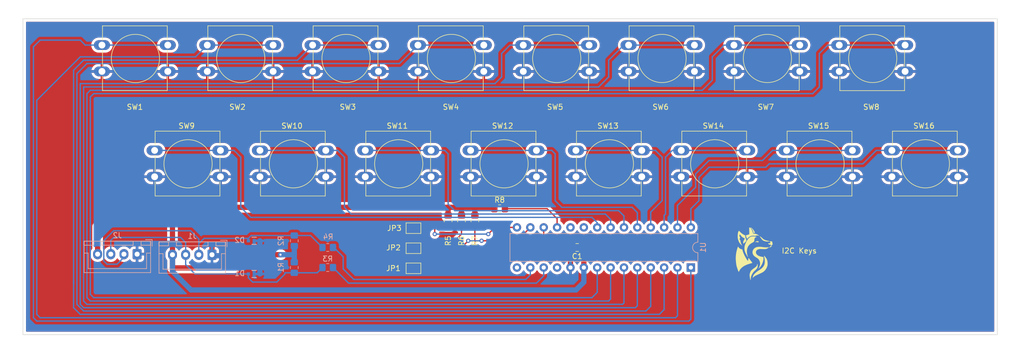
<source format=kicad_pcb>
(kicad_pcb (version 20211014) (generator pcbnew)
  (layers (0 "F.Cu" signal) (31 "B.Cu" signal) (34 "B.Paste" user) (35 "F.Paste" user) (36 "B.SilkS" user "B.Silkscreen") (37 "F.SilkS" user "F.Silkscreen") (38 "B.Mask" user) (39 "F.Mask" user) (44 "Edge.Cuts" user))
  (net 0 "")
  (net 1 "+3V3")
  (net 2 "GND")
  (net 3 "Net-(D1-Pad2)")
  (net 4 "Net-(D2-Pad2)")
  (net 5 "Net-(JP1-Pad2)")
  (net 6 "Net-(JP2-Pad2)")
  (net 7 "Net-(JP3-Pad2)")
  (net 8 "Net-(R3-Pad1)")
  (net 9 "Net-(R4-Pad1)")
  (net 10 "Net-(SW1-Pad1)")
  (net 11 "Net-(SW2-Pad1)")
  (net 12 "Net-(SW3-Pad1)")
  (net 13 "Net-(SW4-Pad1)")
  (net 14 "Net-(SW5-Pad1)")
  (net 15 "Net-(SW6-Pad1)")
  (net 16 "Net-(SW7-Pad1)")
  (net 17 "Net-(SW8-Pad1)")
  (net 18 "Net-(SW9-Pad1)")
  (net 19 "Net-(SW10-Pad1)")
  (net 20 "Net-(SW11-Pad1)")
  (net 21 "Net-(SW12-Pad1)")
  (net 22 "Net-(SW13-Pad1)")
  (net 23 "Net-(SW14-Pad1)")
  (net 24 "Net-(SW15-Pad1)")
  (net 25 "Net-(SW16-Pad1)")
  (net 28 "Net-(U1-Pad18)")
  (footprint "Resistor_SMD:R_0805_2012Metric_Pad1.20x1.40mm_HandSolder" (layer "F.Cu") (at 125.73 133.35 -90)
    (fp_text reference "R5")
    (fp_text value "10K" hide)
  )
  (footprint "Resistor_SMD:R_0805_2012Metric_Pad1.20x1.40mm_HandSolder" (layer "F.Cu") (at 135.509 131.064)
    (fp_text reference "R8")
    (fp_text value "100R")
  )
  (footprint "Button_Switch_THT:SW_PUSH-12mm" (layer "F.Cu") (at 120 100)
    (fp_text reference "SW4")
    (fp_text value "SW_Push_Dual")
  )
  (footprint "Button_Switch_THT:SW_PUSH-12mm" (layer "F.Cu") (at 140 100)
    (fp_text reference "SW5")
    (fp_text value "SW_Push_Dual")
  )
  (footprint "Button_Switch_THT:SW_PUSH-12mm" (layer "F.Cu") (at 210 120)
    (fp_text reference "SW16")
    (fp_text value "SW_Push_Dual")
  )
  (footprint "Resistor_SMD:R_0805_2012Metric_Pad1.20x1.40mm_HandSolder" (layer "F.Cu") (at 130.81 133.35 -90)
    (fp_text reference "R7")
    (fp_text value "10K" hide)
  )
  (footprint "Jumper:SolderJumper-2_P1.3mm_Open_TrianglePad1.0x1.5mm" (layer "F.Cu") (at 119.15 134.77)
    (fp_text reference "JP3")
    (fp_text value "A0" hide)
  )
  (footprint "Button_Switch_THT:SW_PUSH-12mm" (layer "F.Cu") (at 200 100)
    (fp_text reference "SW8")
    (fp_text value "SW_Push_Dual")
  )
  (footprint "Jumper:SolderJumper-2_P1.3mm_Open_TrianglePad1.0x1.5mm" (layer "F.Cu") (at 119.15 138.58)
    (fp_text reference "JP2")
    (fp_text value "A1" hide)
  )
  (footprint "Jumper:SolderJumper-2_P1.3mm_Open_TrianglePad1.0x1.5mm" (layer "F.Cu") (at 119.15 142.39)
    (fp_text reference "JP1")
    (fp_text value "A2" hide)
  )
  (footprint "Button_Switch_THT:SW_PUSH-12mm" (layer "F.Cu") (at 170 120)
    (fp_text reference "SW14")
    (fp_text value "SW_Push_Dual")
  )
  (footprint "Button_Switch_THT:SW_PUSH-12mm" (layer "F.Cu") (at 160 100)
    (fp_text reference "SW6")
    (fp_text value "SW_Push_Dual")
  )
  (footprint "Resistor_SMD:R_0805_2012Metric_Pad1.20x1.40mm_HandSolder" (layer "F.Cu") (at 128.27 133.35 -90)
    (fp_text reference "R6")
    (fp_text value "10K" hide)
  )
  (footprint "Button_Switch_THT:SW_PUSH-12mm" (layer "F.Cu") (at 80 100)
    (fp_text reference "SW2")
    (fp_text value "SW_Push_Dual")
  )
  (footprint "Button_Switch_THT:SW_PUSH-12mm" (layer "F.Cu") (at 90 120)
    (fp_text reference "SW10")
    (fp_text value "SW_Push_Dual")
  )
  (footprint "Button_Switch_THT:SW_PUSH-12mm" (layer "F.Cu") (at 60 100)
    (fp_text reference "SW1")
    (fp_text value "SW_Push_Dual")
  )
  (footprint "Capacitor_SMD:C_0805_2012Metric_Pad1.18x1.45mm_HandSolder" (layer "F.Cu") (at 150.23 138.43 180)
    (fp_text reference "C1")
    (fp_text value "100nF" hide)
  )
  (footprint "Button_Switch_THT:SW_PUSH-12mm" (layer "F.Cu") (at 100 100)
    (fp_text reference "SW3")
    (fp_text value "SW_Push_Dual")
  )
  (footprint "Button_Switch_THT:SW_PUSH-12mm" (layer "F.Cu") (at 190 120)
    (fp_text reference "SW15")
    (fp_text value "SW_Push_Dual")
  )
  (footprint "Button_Switch_THT:SW_PUSH-12mm" (layer "F.Cu") (at 150 120)
    (fp_text reference "SW13")
    (fp_text value "SW_Push_Dual")
  )
  (footprint "Button_Switch_THT:SW_PUSH-12mm" (layer "F.Cu") (at 70 120)
    (fp_text reference "SW9")
    (fp_text value "SW_Push_Dual")
  )
  (footprint "Button_Switch_THT:SW_PUSH-12mm" (layer "F.Cu") (at 180 100)
    (fp_text reference "SW7")
    (fp_text value "SW_Push_Dual")
  )
  (footprint "Button_Switch_THT:SW_PUSH-12mm" (layer "F.Cu") (at 110 120)
    (fp_text reference "SW11")
    (fp_text value "SW_Push_Dual")
  )
  (footprint "Button_Switch_THT:SW_PUSH-12mm" (layer "F.Cu") (at 130 120)
    (fp_text reference "SW12")
    (fp_text value "SW_Push_Dual")
  )
  (footprint "Connector_JST:JST_XH_B4B-XH-A_1x04_P2.50mm_Vertical" (layer "B.Cu") (at 80.89 139.81 180)
    (fp_text reference "J1")
    (fp_text value "Conn_01x04_Male" hide)
  )
  (footprint "Power_Protection_User:Nexperia-SOD323-09_04_2018-0-0" (layer "B.Cu") (at 88.9 143.46 180)
    (fp_text reference "D1")
    (fp_text value "PESD5V0L1BA,115" hide)
  )
  (footprint "Resistor_SMD:R_0805_2012Metric_Pad1.20x1.40mm_HandSolder" (layer "B.Cu") (at 96.52 137.16 90)
    (fp_text reference "R2")
    (fp_text value "4K7" hide)
  )
  (footprint "Connector_JST:JST_XH_B4B-XH-A_1x04_P2.50mm_Vertical" (layer "B.Cu") (at 66.675 139.7 180)
    (fp_text reference "J2")
    (fp_text value "Conn_01x04_Male")
  )
  (footprint "Resistor_SMD:R_0805_2012Metric_Pad1.20x1.40mm_HandSolder" (layer "B.Cu") (at 102.87 142.24 180)
    (fp_text reference "R3")
    (fp_text value "0R" hide)
  )
  (footprint "Package_DIP:DIP-28_W7.62mm" (layer "B.Cu") (at 171.82 142.24 90)
    (fp_text reference "U1")
    (fp_text value "MCP23017_SP")
  )
  (footprint "Resistor_SMD:R_0805_2012Metric_Pad1.20x1.40mm_HandSolder" (layer "B.Cu") (at 102.87 138.43 180)
    (fp_text reference "R4")
    (fp_text value "0R" hide)
  )
  (footprint "Resistor_SMD:R_0805_2012Metric_Pad1.20x1.40mm_HandSolder" (layer "B.Cu") (at 96.52 142.24 -90)
    (fp_text reference "R1")
    (fp_text value "4K7" hide)
  )
  (footprint "Power_Protection_User:Nexperia-SOD323-09_04_2018-0-0" (layer "B.Cu") (at 88.9 137.16 180)
    (fp_text reference "D2")
    (fp_text value "PESD5V0L1BA,115" hide)
  )
  (gr_poly (pts (xy 187.0219 138.055724) (xy 187.023652 138.055847) (xy 187.025378 138.05602) (xy 187.027076 138.05624) (xy 187.028743 138.056507) (xy 187.030378 138.05682) (xy 187.031979 138.057176) (xy 187.033542 138.057575) (xy 187.035066 138.058015) (xy 187.036548 138.058494) (xy 187.037987 138.059012) (xy 187.03938 138.059567) (xy 187.040725 138.060157) (xy 187.042019 138.060781) (xy 187.043261 138.061438) (xy 187.044448 138.062126) (xy 187.045577 138.062844) (xy 187.046648 138.06359) (xy 187.047657 138.064364) (xy 187.048602 138.065163) (xy 187.049482 138.065987) (xy 187.050293 138.066833) (xy 187.051033 138.067701) (xy 187.051701 138.068589) (xy 187.052294 138.069496) (xy 187.05281 138.07042) (xy 187.053247 138.07136) (xy 187.053602 138.072315) (xy 187.053874 138.073283) (xy 187.054059 138.074262) (xy 187.054156 138.075252) (xy 187.054163 138.076251) (xy 187.054401 138.0786) (xy 187.05476 138.079694) (xy 187.055279 138.080733) (xy 187.0568 138.082648) (xy 187.058967 138.08434) (xy 187.061783 138.085809) (xy 187.065252 138.08705) (xy 187.069378 138.088062) (xy 187.074163 138.08884) (xy 187.079611 138.089383) (xy 187.085725 138.089688) (xy 187.09251 138.089751) (xy 187.099967 138.089571) (xy 187.108101 138.089143) (xy 187.116914 138.088466) (xy 187.126411 138.087537) (xy 187.136595 138.086352) (xy 187.149861 138.084887) (xy 187.161603 138.083693) (xy 187.171891 138.082793) (xy 187.180799 138.082212) (xy 187.184758 138.082047) (xy 187.188399 138.081971) (xy 187.191731 138.081986) (xy 187.194763 138.082095) (xy 187.197504 138.082301) (xy 187.199964 138.082606) (xy 187.20215 138.083014) (xy 187.204073 138.083527) (xy 187.205741 138.084149) (xy 187.207164 138.084882) (xy 187.20835 138.08573) (xy 187.209308 138.086694) (xy 187.209704 138.087221) (xy 187.210047 138.087779) (xy 187.210578 138.088986) (xy 187.210907 138.090319) (xy 187.211046 138.091781) (xy 187.211002 138.093374) (xy 187.210784 138.095102) (xy 187.210403 138.096967) (xy 187.209866 138.098973) (xy 187.209182 138.101121) (xy 187.208362 138.103416) (xy 187.206346 138.108454) (xy 187.199849 138.121634) (xy 187.192848 138.13452) (xy 187.177419 138.159445) (xy 187.160222 138.18329) (xy 187.14142 138.206119) (xy 187.121175 138.227994) (xy 187.099648 138.248979) (xy 187.077004 138.269135) (xy 187.053404 138.288526) (xy 187.029011 138.307214) (xy 187.003986 138.325262) (xy 186.978493 138.342733) (xy 186.952695 138.359688) (xy 186.900828 138.392306) (xy 186.849687 138.423617) (xy 186.84971 138.423594) (xy 186.837815 138.429292) (xy 186.826502 138.434406) (xy 186.815778 138.438941) (xy 186.805648 138.442907) (xy 186.796119 138.446309) (xy 186.787197 138.449155) (xy 186.778886 138.451451) (xy 186.771194 138.453204) (xy 186.764127 138.454422) (xy 186.757689 138.455111) (xy 186.751888 138.455279) (xy 186.746729 138.454932) (xy 186.742218 138.454078) (xy 186.738361 138.452723) (xy 186.735164 138.450875) (xy 186.732633 138.448539) (xy 186.730774 138.445725) (xy 186.729593 138.442437) (xy 186.729096 138.438684) (xy 186.729288 138.434472) (xy 186.730176 138.429809) (xy 186.731766 138.4247) (xy 186.734063 138.419154) (xy 186.737074 138.413178) (xy 186.740804 138.406777) (xy 186.74526 138.39996) (xy 186.750447 138.392733) (xy 186.756371 138.385103) (xy 186.763039 138.377077) (xy 186.770456 138.368663) (xy 186.778628 138.359867) (xy 186.787561 138.350695) (xy 186.79536 138.342609) (xy 186.803573 138.333617) (xy 186.820967 138.313295) (xy 186.839185 138.29049) (xy 186.857673 138.265961) (xy 186.875874 138.240469) (xy 186.893231 138.214774) (xy 186.90919 138.189635) (xy 186.923193 138.165812) (xy 186.93119 138.151753) (xy 186.938863 138.138726) (xy 186.946225 138.126714) (xy 186.953292 138.115701) (xy 186.960076 138.105671) (xy 186.966593 138.096608) (xy 186.972855 138.088497) (xy 186.978878 138.081321) (xy 186.981804 138.078078) (xy 186.984676 138.075063) (xy 186.987494 138.072274) (xy 186.990261 138.069709) (xy 186.99298 138.067366) (xy 186.99565 138.065242) (xy 186.998275 138.063336) (xy 187.000855 138.061646) (xy 187.003393 138.06017) (xy 187.005891 138.058905) (xy 187.00835 138.05785) (xy 187.010772 138.057003) (xy 187.013158 138.056361) (xy 187.015511 138.055924) (xy 187.017833 138.055688) (xy 187.020124 138.055651)) (layer "F.SilkS") (width 0) (fill solid))
  (gr_poly (pts (xy 184.486487 137.208496) (xy 184.505193 137.209958) (xy 184.523567 137.212544) (xy 184.541547 137.216309) (xy 184.559073 137.221306) (xy 184.576082 137.227589) (xy 184.592512 137.235212) (xy 184.608301 137.24423) (xy 184.623388 137.254695) (xy 184.63771 137.266663) (xy 184.651205 137.280187) (xy 184.663812 137.295321) (xy 184.668734 137.30706) (xy 184.672796 137.318004) (xy 184.674496 137.323207) (xy 184.675972 137.328248) (xy 184.67722 137.333137) (xy 184.678237 137.337888) (xy 184.67902 137.342511) (xy 184.679565 137.347019) (xy 184.67987 137.351424) (xy 184.679932 137.355738) (xy 184.679747 137.359972) (xy 184.679312 137.364139) (xy 184.678624 137.36825) (xy 184.67768 137.372318) (xy 184.676476 137.376354) (xy 184.67501 137.380371) (xy 184.673278 137.38438) (xy 184.671277 137.388392) (xy 184.669004 137.392421) (xy 184.666456 137.396478) (xy 184.66363 137.400575) (xy 184.660522 137.404724) (xy 184.657129 137.408937) (xy 184.653449 137.413226) (xy 184.645211 137.422078) (xy 184.635784 137.431377) (xy 184.625143 137.441218) (xy 184.625135 137.441051) (xy 184.618156 137.447137) (xy 184.611185 137.4528) (xy 184.604221 137.458042) (xy 184.59726 137.462867) (xy 184.5903 137.467277) (xy 184.583338 137.471276) (xy 184.576372 137.474867) (xy 184.569399 137.478053) (xy 184.562416 137.480838) (xy 184.555422 137.483224) (xy 184.548412 137.485214) (xy 184.541386 137.486813) (xy 184.53434 137.488023) (xy 184.527271 137.488848) (xy 184.520177 137.48929) (xy 184.513056 137.489352) (xy 184.5039 137.489017) (xy 184.495783 137.488529) (xy 184.488644 137.487826) (xy 184.482424 137.486845) (xy 184.479641 137.486231) (xy 184.477065 137.485523) (xy 184.474689 137.484714) (xy 184.472506 137.483797) (xy 184.470509 137.482762) (xy 184.46869 137.481603) (xy 184.467041 137.480312) (xy 184.465556 137.47888) (xy 184.464226 137.4773) (xy 184.463045 137.475563) (xy 184.462005 137.473663) (xy 184.461099 137.471591) (xy 184.460319 137.469339) (xy 184.459658 137.4669) (xy 184.459108 137.464265) (xy 184.458663 137.461426) (xy 184.458054 137.455108) (xy 184.457773 137.447881) (xy 184.45776 137.439684) (xy 184.457956 137.430453) (xy 184.458065 137.416634) (xy 184.457912 137.410139) (xy 184.457617 137.403915) (xy 184.457179 137.397961) (xy 184.456597 137.392274) (xy 184.455869 137.386852) (xy 184.454994 137.381692) (xy 184.45397 137.376792) (xy 184.452795 137.372148) (xy 184.451468 137.367759) (xy 184.449988 137.363623) (xy 184.448352 137.359735) (xy 184.446559 137.356094) (xy 184.444607 137.352698) (xy 184.442496 137.349544) (xy 184.440222 137.346628) (xy 184.437786 137.34395) (xy 184.435184 137.341505) (xy 184.432417 137.339293) (xy 184.429481 137.337309) (xy 184.426375 137.335552) (xy 184.423099 137.334019) (xy 184.419649 137.332707) (xy 184.416026 137.331614) (xy 184.412226 137.330738) (xy 184.408249 137.330076) (xy 184.404092 137.329625) (xy 184.399755 137.329382) (xy 184.395236 137.329346) (xy 184.390533 137.329514) (xy 184.385645 137.329883) (xy 184.380034 137.330617) (xy 184.374775 137.331625) (xy 184.369862 137.332915) (xy 184.367533 137.333667) (xy 184.365287 137.334492) (xy 184.363124 137.335391) (xy 184.361042 137.336364) (xy 184.359041 137.337413) (xy 184.357119 137.338538) (xy 184.355276 137.33974) (xy 184.353511 137.341021) (xy 184.351823 137.34238) (xy 184.350211 137.343819) (xy 184.348674 137.345338) (xy 184.34721 137.346939) (xy 184.34582 137.348622) (xy 184.344502 137.350388) (xy 184.343255 137.352239) (xy 184.342078 137.354174) (xy 184.34097 137.356195) (xy 184.339931 137.358302) (xy 184.338959 137.360497) (xy 184.338054 137.36278) (xy 184.336439 137.367615) (xy 184.335077 137.372814) (xy 184.333963 137.378383) (xy 184.331741 137.389892) (xy 184.330529 137.395183) (xy 184.329244 137.400167) (xy 184.327884 137.404846) (xy 184.326446 137.409221) (xy 184.324927 137.413294) (xy 184.323324 137.417067) (xy 184.321633 137.42054) (xy 184.319853 137.423716) (xy 184.317979 137.426596) (xy 184.316008 137.429183) (xy 184.313938 137.431476) (xy 184.311766 137.433478) (xy 184.309488 137.435192) (xy 184.307102 137.436617) (xy 184.304604 137.437756) (xy 184.301991 137.43861) (xy 184.299261 137.439182) (xy 184.29641 137.439472) (xy 184.293435 137.439482) (xy 184.290333 137.439214) (xy 184.287101 137.438669) (xy 184.283736 137.437849) (xy 184.280235 137.436756) (xy 184.276595 137.435391) (xy 184.272813 137.433756) (xy 184.268886 137.431852) (xy 184.264811 137.42968) (xy 184.260584 137.427244) (xy 184.251665 137.42158) (xy 184.245164 137.417368) (xy 184.238972 137.413653) (xy 184.233025 137.410427) (xy 184.22726 137.407685) (xy 184.221611 137.405418) (xy 184.216013 137.403621) (xy 184.210404 137.402285) (xy 184.204717 137.401403) (xy 184.19889 137.40097) (xy 184.192856 137.400977) (xy 184.186553 137.401417) (xy 184.179915 137.402284) (xy 184.172878 137.403571) (xy 184.165377 137.40527) (xy 184.157349 137.407374) (xy 184.148729 137.409877) (xy 184.142726 137.411771) (xy 184.136885 137.413768) (xy 184.131237 137.415853) (xy 184.125811 137.418009) (xy 184.120639 137.42022) (xy 184.115753 137.422471) (xy 184.111181 137.424744) (xy 184.106956 137.427024) (xy 184.103108 137.429295) (xy 184.099668 137.43154) (xy 184.098111 137.432648) (xy 184.096667 137.433744) (xy 184.095341 137.434825) (xy 184.094135 137.43589) (xy 184.093055 137.436936) (xy 184.092104 137.437962) (xy 184.091285 137.438966) (xy 184.090603 137.439945) (xy 184.090062 137.440897) (xy 184.089665 137.441821) (xy 184.089416 137.442715) (xy 184.089319 137.443576) (xy 184.089267 137.44436) (xy 184.089168 137.445137) (xy 184.089024 137.445906) (xy 184.088836 137.446666) (xy 184.088604 137.447414) (xy 184.088331 137.448151) (xy 184.088017 137.448874) (xy 184.087663 137.449582) (xy 184.087271 137.450275) (xy 184.086842 137.450951) (xy 184.086377 137.451608) (xy 184.085877 137.452246) (xy 184.085344 137.452863) (xy 184.084778 137.453458) (xy 184.084181 137.454029) (xy 184.083554 137.454576) (xy 184.082898 137.455098) (xy 184.082214 137.455592) (xy 184.081504 137.456058) (xy 184.080769 137.456495) (xy 184.08001 137.456901) (xy 184.079228 137.457275) (xy 184.078424 137.457615) (xy 184.077599 137.457921) (xy 184.076756 137.458192) (xy 184.075894 137.458425) (xy 184.075015 137.45862) (xy 184.074121 137.458776) (xy 184.073212 137.458891) (xy 184.07229 137.458964) (xy 184.071355 137.458994) (xy 184.07041 137.45898) (xy 184.066946 137.458725) (xy 184.063854 137.458179) (xy 184.061131 137.457348) (xy 184.058773 137.45624) (xy 184.056777 137.454862) (xy 184.055138 137.453222) (xy 184.053854 137.451325) (xy 184.052921 137.449181) (xy 184.052336 137.446795) (xy 184.052094 137.444174) (xy 184.052194 137.441327) (xy 184.05263 137.43826) (xy 184.0534 137.434981) (xy 184.054501 137.431496) (xy 184.057678 137.423939) (xy 184.062135 137.415646) (xy 184.067843 137.406675) (xy 184.074775 137.397083) (xy 184.082902 137.386928) (xy 184.092197 137.376267) (xy 184.102631 137.365157) (xy 184.114178 137.353657) (xy 184.12681 137.341823) (xy 184.150498 137.322473) (xy 184.177813 137.3033) (xy 184.208262 137.284735) (xy 184.241348 137.267211) (xy 184.276576 137.251159) (xy 184.313451 137.237011) (xy 184.351477 137.225199) (xy 184.39016 137.216156) (xy 184.429004 137.210313) (xy 184.448331 137.208727) (xy 184.467513 137.208103)) (layer "F.SilkS") (width 0) (fill solid))
  (gr_poly (pts (xy 187.019525 137.25674) (xy 187.043514 137.257615) (xy 187.066239 137.259093) (xy 187.087762 137.261196) (xy 187.108147 137.263949) (xy 187.127456 137.267374) (xy 187.145752 137.271495) (xy 187.163096 137.276336) (xy 187.179552 137.281919) (xy 187.195182 137.288269) (xy 187.210048 137.295409) (xy 187.224214 137.303361) (xy 187.237741 137.312151) (xy 187.250693 137.3218) (xy 187.263131 137.332333) (xy 187.275119 137.343773) (xy 187.286718 137.356143) (xy 187.292256 137.362438) (xy 187.297061 137.368114) (xy 187.301133 137.373269) (xy 187.302895 137.375682) (xy 187.304475 137.378001) (xy 187.305872 137.380239) (xy 187.307088 137.382407) (xy 187.308121 137.384519) (xy 187.308973 137.386586) (xy 187.309644 137.388621) (xy 187.310134 137.390636) (xy 187.310442 137.392644) (xy 187.31057 137.394655) (xy 187.310518 137.396684) (xy 187.310285 137.398741) (xy 187.309872 137.400839) (xy 187.30928 137.402991) (xy 187.308507 137.405209) (xy 187.307556 137.407504) (xy 187.306425 137.40989) (xy 187.305115 137.412378) (xy 187.301959 137.417711) (xy 187.298089 137.4236) (xy 187.293508 137.430145) (xy 187.288217 137.437442) (xy 187.282864 137.444864) (xy 187.278254 137.451602) (xy 187.274404 137.457814) (xy 187.271328 137.463656) (xy 187.270085 137.466488) (xy 187.269041 137.469286) (xy 187.268198 137.472071) (xy 187.267558 137.474862) (xy 187.267123 137.477679) (xy 187.266894 137.480541) (xy 187.266874 137.483468) (xy 187.267064 137.48648) (xy 187.267467 137.489596) (xy 187.268084 137.492836) (xy 187.268917 137.496219) (xy 187.269967 137.499767) (xy 187.27273 137.507429) (xy 187.276387 137.515981) (xy 187.280953 137.52558) (xy 187.286443 137.536382) (xy 187.300256 137.562228) (xy 187.306051 137.573245) (xy 187.311364 137.584036) (xy 187.316206 137.594654) (xy 187.320587 137.605151) (xy 187.32452 137.615579) (xy 187.328013 137.625991) (xy 187.331078 137.636439) (xy 187.333726 137.646975) (xy 187.335967 137.65765) (xy 187.337812 137.668518) (xy 187.339271 137.679631) (xy 187.340357 137.69104) (xy 187.341078 137.702798) (xy 187.341446 137.714957) (xy 187.341471 137.727569) (xy 187.341165 137.740687) (xy 187.340331 137.760489) (xy 187.339079 137.778796) (xy 187.337337 137.795773) (xy 187.335029 137.811582) (xy 187.332081 137.826385) (xy 187.328417 137.840345) (xy 187.326293 137.84706) (xy 187.323962 137.853626) (xy 187.321415 137.860061) (xy 187.318643 137.866388) (xy 187.315635 137.872626) (xy 187.312383 137.878796) (xy 187.308878 137.884918) (xy 187.305109 137.891012) (xy 187.296746 137.903198) (xy 187.287218 137.915517) (xy 187.276451 137.928132) (xy 187.26437 137.941205) (xy 187.250901 137.9549) (xy 187.235967 137.969378) (xy 187.235979 137.969355) (xy 187.229536 137.975358) (xy 187.223219 137.980993) (xy 187.217024 137.986259) (xy 187.210947 137.991158) (xy 187.204984 137.995689) (xy 187.199133 137.999853) (xy 187.193389 138.003649) (xy 187.187748 138.007079) (xy 187.182208 138.010143) (xy 187.176764 138.01284) (xy 187.171413 138.01517) (xy 187.166151 138.017135) (xy 187.160975 138.018734) (xy 187.15588 138.019968) (xy 187.150864 138.020837) (xy 187.145922 138.02134) (xy 187.141052 138.021479) (xy 187.136248 138.021253) (xy 187.131509 138.020663) (xy 187.126829 138.019709) (xy 187.122206 138.018392) (xy 187.117635 138.01671) (xy 187.113114 138.014666) (xy 187.108638 138.012258) (xy 187.104204 138.009487) (xy 187.099809 138.006354) (xy 187.095448 138.002858) (xy 187.091117 137.999001) (xy 187.086815 137.994781) (xy 187.082535 137.990199) (xy 187.078276 137.985257) (xy 187.074033 137.979953) (xy 187.067602 137.972063) (xy 187.060887 137.964844) (xy 187.053663 137.958219) (xy 187.045706 137.952114) (xy 187.036791 137.946455) (xy 187.026694 137.941164) (xy 187.015189 137.936168) (xy 187.002053 137.931392) (xy 186.987061 137.926759) (xy 186.969987 137.922196) (xy 186.950608 137.917626) (xy 186.928699 137.912975) (xy 186.87639 137.903128) (xy 186.811266 137.892055) (xy 186.786968 137.887723) (xy 186.763836 137.88293) (xy 186.741845 137.877663) (xy 186.72097 137.87191) (xy 186.701187 137.865659) (xy 186.682472 137.858898) (xy 186.664801 137.851615) (xy 186.648149 137.843798) (xy 186.632493 137.835434) (xy 186.617807 137.826512) (xy 186.604068 137.81702) (xy 186.591251 137.806946) (xy 186.579331 137.796277) (xy 186.573701 137.790716) (xy 186.568286 137.785002) (xy 186.563083 137.779133) (xy 186.55809 137.773109) (xy 186.548719 137.760585) (xy 186.542517 137.751002) (xy 186.536889 137.740919) (xy 186.531851 137.730455) (xy 186.527421 137.719725) (xy 186.523615 137.708849) (xy 186.52045 137.697944) (xy 186.517943 137.687126) (xy 186.516109 137.676514) (xy 186.514967 137.666224) (xy 186.514532 137.656376) (xy 186.514822 137.647085) (xy 186.515243 137.642686) (xy 186.515852 137.63847) (xy 186.516651 137.634453) (xy 186.517641 137.630648) (xy 186.518824 137.627072) (xy 186.520204 137.623737) (xy 186.521781 137.62066) (xy 186.523558 137.617854) (xy 186.525536 137.615334) (xy 186.527719 137.613116) (xy 186.528379 137.612584) (xy 186.529124 137.612109) (xy 186.52995 137.611693) (xy 186.530856 137.611334) (xy 186.532893 137.610786) (xy 186.53521 137.61046) (xy 186.53778 137.610351) (xy 186.540581 137.610455) (xy 186.543587 137.610766) (xy 186.546773 137.61128) (xy 186.550114 137.611993) (xy 186.553587 137.612898) (xy 186.557166 137.613992) (xy 186.560826 137.61527) (xy 186.564543 137.616726) (xy 186.568293 137.618356) (xy 186.572049 137.620155) (xy 186.575788 137.622119) (xy 186.58 137.624168) (xy 186.585141 137.626182) (xy 186.59114 137.628149) (xy 186.597927 137.630056) (xy 186.613576 137.633642) (xy 186.631519 137.636842) (xy 186.651184 137.639557) (xy 186.672002 137.64169) (xy 186.693402 137.643143) (xy 186.714815 137.643817) (xy 186.730834 137.644015) (xy 186.745362 137.643982) (xy 186.758539 137.643673) (xy 186.770506 137.643046) (xy 186.781403 137.642055) (xy 186.786494 137.64141) (xy 186.79137 137.640658) (xy 186.796048 137.639792) (xy 186.800546 137.638809) (xy 186.804882 137.637702) (xy 186.809072 137.636465) (xy 186.813135 137.635094) (xy 186.817089 137.633582) (xy 186.820949 137.631925) (xy 186.824735 137.630116) (xy 186.828463 137.628151) (xy 186.832152 137.626023) (xy 186.835818 137.623728) (xy 186.839479 137.62126) (xy 186.846856 137.615781) (xy 186.854424 137.609543) (xy 186.862322 137.602502) (xy 186.870691 137.594615) (xy 186.878781 137.586457) (xy 186.886173 137.578255) (xy 186.892871 137.570027) (xy 186.898881 137.561789) (xy 186.904209 137.553557) (xy 186.908858 137.545349) (xy 186.912834 137.53718) (xy 186.916143 137.529068) (xy 186.918789 137.521028) (xy 186.920778 137.513079) (xy 186.922115 137.505235) (xy 186.922804 137.497514) (xy 186.922851 137.489932) (xy 186.922262 137.482506) (xy 186.921041 137.475253) (xy 186.919193 137.468189) (xy 186.916724 137.461331) (xy 186.913638 137.454695) (xy 186.909941 137.448298) (xy 186.905639 137.442157) (xy 186.900735 137.436287) (xy 186.895235 137.430707) (xy 186.889145 137.425432) (xy 186.882469 137.420478) (xy 186.875213 137.415864) (xy 186.867381 137.411604) (xy 186.85898 137.407716) (xy 186.850013 137.404217) (xy 186.840487 137.401123) (xy 186.830405 137.39845) (xy 186.819775 137.396215) (xy 186.808599 137.394435) (xy 186.79635 137.392514) (xy 186.785848 137.390286) (xy 186.781255 137.389043) (xy 186.777102 137.387708) (xy 186.77339 137.386274) (xy 186.770121 137.384736) (xy 186.767295 137.383089) (xy 186.764913 137.381328) (xy 186.762976 137.379448) (xy 186.761486 137.377442) (xy 186.760444 137.375306) (xy 186.75985 137.373034) (xy 186.759706 137.370621) (xy 186.760012 137.368062) (xy 186.760771 137.365351) (xy 186.761983 137.362483) (xy 186.763648 137.359452) (xy 186.765769 137.356254) (xy 186.768346 137.352882) (xy 186.77138 137.349332) (xy 186.774873 137.345598) (xy 186.778825 137.341675) (xy 186.788111 137.333239) (xy 186.799248 137.323983) (xy 186.812244 137.313863) (xy 186.827108 137.302836) (xy 186.837828 137.295183) (xy 186.847884 137.288359) (xy 186.857458 137.282321) (xy 186.866727 137.27703) (xy 186.875871 137.272444) (xy 186.88507 137.268521) (xy 186.894503 137.265221) (xy 186.90435 137.262502) (xy 186.914789 137.260323) (xy 186.926 137.258643) (xy 186.938162 137.257422) (xy 186.951456 137.256617) (xy 186.96606 137.256187) (xy 186.982153 137.256092)) (layer "F.SilkS") (width 0) (fill solid))
  (gr_poly (pts (xy 184.93239 136.325754) (xy 184.941883 136.327093) (xy 184.951756 136.329221) (xy 184.961975 136.332091) (xy 184.972503 136.335656) (xy 184.983305 136.339869) (xy 185.005585 136.350051) (xy 185.028531 136.362263) (xy 185.051854 136.376128) (xy 185.075269 136.391272) (xy 185.09849 136.407319) (xy 185.121229 136.423894) (xy 185.164119 136.457127) (xy 185.201646 136.487968) (xy 185.231519 136.513415) (xy 185.251972 136.530669) (xy 185.276468 136.55221) (xy 185.304084 136.577178) (xy 185.333895 136.604712) (xy 185.36498 136.63395) (xy 185.396414 136.664032) (xy 185.427274 136.694097) (xy 185.456636 136.723285) (xy 185.487092 136.752084) (xy 185.520238 136.780663) (xy 185.555891 136.808898) (xy 185.593869 136.836666) (xy 185.633987 136.863844) (xy 185.676063 136.890306) (xy 185.719913 136.91593) (xy 185.765354 136.940592) (xy 185.812204 136.964168) (xy 185.860278 136.986534) (xy 185.909394 137.007567) (xy 185.959369 137.027144) (xy 186.010018 137.045139) (xy 186.06116 137.06143) (xy 186.11261 137.075893) (xy 186.164186 137.088405) (xy 186.416672 137.150982) (xy 186.549211 137.181753) (xy 186.615779 137.195977) (xy 186.682062 137.209033) (xy 186.69732 137.212142) (xy 186.704113 137.213827) (xy 186.710348 137.215594) (xy 186.716028 137.217439) (xy 186.721154 137.219358) (xy 186.725726 137.221346) (xy 186.729746 137.2234) (xy 186.733215 137.225515) (xy 186.736134 137.227687) (xy 186.738503 137.229911) (xy 186.740325 137.232185) (xy 186.741599 137.234503) (xy 186.742327 137.236862) (xy 186.742511 137.239257) (xy 186.742151 137.241685) (xy 186.741248 137.244141) (xy 186.739803 137.24662) (xy 186.737817 137.24912) (xy 186.735292 137.251635) (xy 186.732229 137.254161) (xy 186.728628 137.256696) (xy 186.724491 137.259233) (xy 186.719818 137.26177) (xy 186.714611 137.264301) (xy 186.708871 137.266824) (xy 186.695796 137.271825) (xy 186.680601 137.276739) (xy 186.663294 137.281535) (xy 186.663271 137.281611) (xy 186.598091 137.292907) (xy 186.53045 137.301078) (xy 186.460743 137.306179) (xy 186.389368 137.308265) (xy 186.316722 137.307391) (xy 186.243203 137.30361) (xy 186.169206 137.296978) (xy 186.09513 137.287549) (xy 186.021371 137.275378) (xy 185.948326 137.26052) (xy 185.876393 137.243028) (xy 185.805968 137.222959) (xy 185.737449 137.200366) (xy 185.671233 137.175304) (xy 185.607716 137.147828) (xy 185.547296 137.117991) (xy 185.52594 137.10573) (xy 185.504335 137.091923) (xy 185.482533 137.076624) (xy 185.460585 137.059886) (xy 185.438544 137.041762) (xy 185.416461 137.022306) (xy 185.394388 137.00157) (xy 185.372377 136.979608) (xy 185.350479 136.956472) (xy 185.328746 136.932217) (xy 185.307231 136.906894) (xy 185.285984 136.880558) (xy 185.265058 136.853261) (xy 185.244504 136.825057) (xy 185.224375 136.795999) (xy 185.204721 136.766139) (xy 185.172246 136.716624) (xy 185.139307 136.668282) (xy 185.105648 136.620693) (xy 185.07101 136.57344) (xy 185.035139 136.526105) (xy 184.997778 136.478272) (xy 184.95867 136.429521) (xy 184.917558 136.379436) (xy 184.910921 136.372814) (xy 184.905128 136.366868) (xy 184.900167 136.361548) (xy 184.897996 136.359107) (xy 184.89603 136.356805) (xy 184.894266 136.354634) (xy 184.892703 136.352589) (xy 184.891341 136.350663) (xy 184.890178 136.348851) (xy 184.889212 136.347146) (xy 184.888442 136.345542) (xy 184.887866 136.344033) (xy 184.887484 136.342612) (xy 184.887294 136.341275) (xy 184.887295 136.340014) (xy 184.887485 136.338823) (xy 184.887863 136.337696) (xy 184.888427 136.336627) (xy 184.889176 136.33561) (xy 184.89011 136.334639) (xy 184.891226 136.333707) (xy 184.892522 136.332809) (xy 184.893999 136.331938) (xy 184.895654 136.331088) (xy 184.897486 136.330252) (xy 184.899494 136.329426) (xy 184.901676 136.328602) (xy 184.906557 136.326938) (xy 184.914692 136.325629) (xy 184.923315 136.32525)) (layer "F.SilkS") (width 0) (fill solid))
  (gr_poly (pts (xy 183.199136 134.613933) (xy 183.206329 134.61508) (xy 183.215049 134.618095) (xy 183.23672 134.629382) (xy 183.263448 134.64711) (xy 183.294529 134.670596) (xy 183.329263 134.699155) (xy 183.366947 134.732102) (xy 183.406879 134.768753) (xy 183.448357 134.808424) (xy 183.533144 134.894089) (xy 183.575049 134.938714) (xy 183.615691 134.983622) (xy 183.654369 135.028128) (xy 183.690382 135.071548) (xy 183.723026 135.113198) (xy 183.7516 135.152393) (xy 183.769291 135.178671) (xy 183.787837 135.207856) (xy 183.806959 135.239395) (xy 183.826378 135.272732) (xy 183.865002 135.342585) (xy 183.901485 135.412978) (xy 183.933604 135.479475) (xy 183.947333 135.509876) (xy 183.959138 135.537641) (xy 183.968741 135.562213) (xy 183.975863 135.583038) (xy 183.980228 135.599563) (xy 183.981558 135.611232) (xy 183.981535 135.611141) (xy 183.980435 135.614686) (xy 183.978065 135.61853) (xy 183.974503 135.62264) (xy 183.969827 135.626982) (xy 183.957442 135.636231) (xy 183.94153 135.64601) (xy 183.922711 135.656054) (xy 183.901607 135.666097) (xy 183.878838 135.675873) (xy 183.855025 135.685116) (xy 183.830788 135.69356) (xy 183.806747 135.700938) (xy 183.783524 135.706985) (xy 183.761738 135.711435) (xy 183.742011 135.714021) (xy 183.724964 135.714479) (xy 183.717638 135.713826) (xy 183.711215 135.712541) (xy 183.705772 135.710591) (xy 183.701387 135.707942) (xy 183.697588 135.635583) (xy 183.690235 135.565499) (xy 183.679339 135.497461) (xy 183.664913 135.431239) (xy 183.646965 135.366605) (xy 183.62551 135.30333) (xy 183.600556 135.241185) (xy 183.572116 135.179941) (xy 183.540201 135.119368) (xy 183.504822 135.059238) (xy 183.465991 134.999322) (xy 183.423718 134.939391) (xy 183.378015 134.879215) (xy 183.328893 134.818567) (xy 183.276364 134.757216) (xy 183.220438 134.694934) (xy 183.20919 134.683978) (xy 183.199294 134.673928) (xy 183.19485 134.669236) (xy 183.190742 134.66476) (xy 183.186969 134.660498) (xy 183.18353 134.656446) (xy 183.180424 134.652602) (xy 183.17765 134.648961) (xy 183.175208 134.645522) (xy 183.173096 134.64228) (xy 183.171315 134.639232) (xy 183.169863 134.636375) (xy 183.168739 134.633707) (xy 183.167943 134.631222) (xy 183.167474 134.628919) (xy 183.167331 134.626794) (xy 183.167514 134.624844) (xy 183.168021 134.623066) (xy 183.168851 134.621456) (xy 183.170005 134.620011) (xy 183.171481 134.618728) (xy 183.173279 134.617604) (xy 183.175397 134.616635) (xy 183.177835 134.615819) (xy 183.180592 134.615151) (xy 183.183667 134.614629) (xy 183.18706 134.614249) (xy 183.19077 134.614009) (xy 183.194796 134.613905)) (layer "F.SilkS") (width 0) (fill solid))
  (gr_poly (pts (xy 184.450964 141.567913) (xy 184.454079 141.568492) (xy 184.457358 141.569422) (xy 184.460804 141.570699) (xy 184.46442 141.572319) (xy 184.468211 141.574278) (xy 184.472179 141.576574) (xy 184.476328 141.579201) (xy 184.480663 141.582156) (xy 184.485185 141.585436) (xy 184.490646 141.589864) (xy 184.495466 141.594709) (xy 184.499673 141.600283) (xy 184.503293 141.606898) (xy 184.506353 141.614864) (xy 184.508881 141.624494) (xy 184.510902 141.636099) (xy 184.512444 141.64999) (xy 184.513534 141.666479) (xy 184.514199 141.685878) (xy 184.514361 141.73465) (xy 184.513145 141.798799) (xy 184.510767 141.880815) (xy 184.507533 141.972607) (xy 184.505745 142.011062) (xy 184.503672 142.045337) (xy 184.501189 142.076018) (xy 184.49817 142.103688) (xy 184.494486 142.128934) (xy 184.490011 142.15234) (xy 184.48462 142.174492) (xy 184.478184 142.195974) (xy 184.470578 142.217373) (xy 184.461674 142.239272) (xy 184.451346 142.262258) (xy 184.439468 142.286915) (xy 184.410551 142.343584) (xy 184.398786 142.365308) (xy 184.386019 142.387083) (xy 184.372148 142.409025) (xy 184.35707 142.431253) (xy 184.340684 142.453883) (xy 184.322886 142.477032) (xy 184.303574 142.500819) (xy 184.282647 142.52536) (xy 184.260001 142.550773) (xy 184.235535 142.577175) (xy 184.180731 142.633415) (xy 184.117416 142.695019) (xy 184.044771 142.762926) (xy 184.004203 142.800593) (xy 183.963755 142.83879) (xy 183.924501 142.876461) (xy 183.887511 142.912549) (xy 183.853857 142.945998) (xy 183.82461 142.975751) (xy 183.800844 143.000752) (xy 183.783628 143.019945) (xy 183.770155 143.035662) (xy 183.757118 143.050637) (xy 183.744835 143.064528) (xy 183.733623 143.076997) (xy 183.7238 143.087704) (xy 183.715683 143.096308) (xy 183.70959 143.102471) (xy 183.707402 143.10453) (xy 183.705839 143.105852) (xy 183.699567 143.111923) (xy 183.690058 143.123287) (xy 183.663047 143.159317) (xy 183.628247 143.208794) (xy 183.589094 143.266565) (xy 183.549028 143.32748) (xy 183.511487 143.386389) (xy 183.47991 143.438141) (xy 183.457735 143.477586) (xy 183.404957 143.580507) (xy 183.385834 143.619092) (xy 183.369748 143.653007) (xy 183.355348 143.685184) (xy 183.341279 143.718558) (xy 183.326188 143.756062) (xy 183.308721 143.80063) (xy 183.308729 143.800584) (xy 183.292607 143.845122) (xy 183.277382 143.889394) (xy 183.263115 143.934521) (xy 183.249865 143.981624) (xy 183.237693 144.031823) (xy 183.226659 144.08624) (xy 183.216822 144.145993) (xy 183.208242 144.212205) (xy 183.182222 144.60219) (xy 183.178451 144.605669) (xy 183.174927 144.608559) (xy 183.173246 144.609776) (xy 183.17161 144.610837) (xy 183.170016 144.61174) (xy 183.168457 144.612483) (xy 183.166928 144.613062) (xy 183.165425 144.613476) (xy 183.163941 144.613721) (xy 183.162472 144.613794) (xy 183.161013 144.613694) (xy 183.159557 144.613418) (xy 183.1581 144.612962) (xy 183.156637 144.612325) (xy 183.155162 144.611504) (xy 183.153669 144.610495) (xy 183.152155 144.609298) (xy 183.150613 144.607908) (xy 183.149037 144.606323) (xy 183.147424 144.604541) (xy 183.144062 144.600374) (xy 183.140484 144.595387) (xy 183.136647 144.589557) (xy 183.13251 144.582865) (xy 183.128031 144.575288) (xy 183.118352 144.557176) (xy 183.109289 144.536689) (xy 183.100395 144.512261) (xy 183.091225 144.482328) (xy 183.081332 144.445324) (xy 183.070269 144.399683) (xy 183.057591 144.343841) (xy 183.042852 144.276231) (xy 183.031868 144.217343) (xy 183.019797 144.139982) (xy 183.007466 144.051036) (xy 182.995698 143.957395) (xy 182.985318 143.865947) (xy 182.97715 143.78358) (xy 182.972019 143.717184) (xy 182.970751 143.673646) (xy 182.973718 143.622815) (xy 182.979377 143.569593) (xy 182.987569 143.51445) (xy 182.998135 143.457859) (xy 183.010918 143.400288) (xy 183.025758 143.34221) (xy 183.042497 143.284096) (xy 183.060976 143.226415) (xy 183.081037 143.16964) (xy 183.102522 143.114241) (xy 183.125271 143.060689) (xy 183.149127 143.009454) (xy 183.17393 142.961009) (xy 183.199522 142.915823) (xy 183.225745 142.874368) (xy 183.252439 142.837114) (xy 183.281974 142.801623) (xy 183.312695 142.767446) (xy 183.344507 142.734479) (xy 183.377313 142.702614) (xy 183.411018 142.671746) (xy 183.445526 142.64177) (xy 183.48074 142.612579) (xy 183.516565 142.584068) (xy 183.589663 142.528663) (xy 183.664051 142.474709) (xy 183.813627 142.367769) (xy 183.858225 142.337998) (xy 183.896176 142.312296) (xy 183.911402 142.30182) (xy 183.923457 142.29338) (xy 183.931839 142.287316) (xy 183.934495 142.285281) (xy 183.936044 142.283968) (xy 183.947403 142.274883) (xy 183.971312 142.256603) (xy 184.004271 142.231781) (xy 184.04278 142.203066) (xy 184.0738 142.178544) (xy 184.105141 142.15232) (xy 184.136513 142.124488) (xy 184.16763 142.095145) (xy 184.198204 142.064388) (xy 184.227946 142.032312) (xy 184.256569 141.999015) (xy 184.283785 141.964592) (xy 184.309306 141.929139) (xy 184.332845 141.892754) (xy 184.354114 141.855531) (xy 184.372824 141.817568) (xy 184.388688 141.778961) (xy 184.401418 141.739805) (xy 184.406518 141.720052) (xy 184.410727 141.700197) (xy 184.414008 141.680254) (xy 184.416326 141.660234) (xy 184.417068 141.643582) (xy 184.418152 141.628669) (xy 184.418831 141.621855) (xy 184.419607 141.615465) (xy 184.420483 141.609494) (xy 184.421462 141.603939) (xy 184.422548 141.598796) (xy 184.423745 141.594061) (xy 184.425055 141.58973) (xy 184.426483 141.5858) (xy 184.428033 141.582267) (xy 184.429706 141.579126) (xy 184.431509 141.576375) (xy 184.433442 141.574009) (xy 184.435511 141.572024) (xy 184.437719 141.570417) (xy 184.440069 141.569184) (xy 184.442566 141.568321) (xy 184.445211 141.567824) (xy 184.44801 141.567689)) (layer "F.SilkS") (width 0) (fill solid))
  (gr_poly (pts (xy 182.964357 134.637088) (xy 182.986855 134.640346) (xy 183.008751 134.645287) (xy 183.030059 134.651831) (xy 183.050792 134.659901) (xy 183.070966 134.669417) (xy 183.090594 134.6803) (xy 183.109691 134.692473) (xy 183.128271 134.705855) (xy 183.146347 134.720369) (xy 183.163934 134.735935) (xy 183.197699 134.769911) (xy 183.229679 134.807151) (xy 183.259987 134.847026) (xy 183.288737 134.888906) (xy 183.316041 134.932161) (xy 183.342015 134.976161) (xy 183.366771 135.020275) (xy 183.455885 135.185275) (xy 183.479834 135.238808) (xy 183.502961 135.294758) (xy 183.525443 135.353646) (xy 183.547457 135.415993) (xy 183.569178 135.482318) (xy 183.590785 135.553142) (xy 183.612453 135.628986) (xy 183.634359 135.710368) (xy 183.657598 135.799167) (xy 183.875795 135.810466) (xy 183.922306 135.813751) (xy 183.971059 135.818785) (xy 184.02152 135.825646) (xy 184.073154 135.834416) (xy 184.125426 135.845172) (xy 184.177803 135.857996) (xy 184.203863 135.865208) (xy 184.229749 135.872966) (xy 184.255393 135.881281) (xy 184.280729 135.890163) (xy 184.394884 135.941463) (xy 184.406404 135.94708) (xy 184.421784 135.955203) (xy 184.440357 135.965449) (xy 184.461456 135.977436) (xy 184.508556 136.005107) (xy 184.557745 136.035159) (xy 184.574632 136.045897) (xy 184.591302 136.056918) (xy 184.623785 136.079585) (xy 184.654793 136.102709) (xy 184.683926 136.125843) (xy 184.710782 136.148536) (xy 184.734962 136.170341) (xy 184.756064 136.190807) (xy 184.773688 136.209486) (xy 184.78107 136.218015) (xy 184.787432 136.225929) (xy 184.792724 136.233171) (xy 184.796897 136.239686) (xy 184.799899 136.245417) (xy 184.801681 136.250309) (xy 184.802192 136.254305) (xy 184.801956 136.255949) (xy 184.801383 136.257348) (xy 184.800468 136.258495) (xy 184.799204 136.259384) (xy 184.797584 136.260006) (xy 184.795604 136.260355) (xy 184.790533 136.260205) (xy 184.783941 136.258879) (xy 184.775779 136.256321) (xy 184.765995 136.252473) (xy 184.754541 136.247281) (xy 184.741365 136.240688) (xy 184.629877 136.182887) (xy 184.62208 136.179131) (xy 184.613682 136.175588) (xy 184.604684 136.172255) (xy 184.595093 136.169134) (xy 184.584911 136.166222) (xy 184.574144 136.163519) (xy 184.562795 136.161024) (xy 184.550868 136.158735) (xy 184.525299 136.154777) (xy 184.497471 136.151637) (xy 184.467415 136.149309) (xy 184.435167 136.147784) (xy 184.390863 136.147203) (xy 184.370611 136.147567) (xy 184.351288 136.148438) (xy 184.332642 136.149869) (xy 184.314419 136.151913) (xy 184.296367 136.154621) (xy 184.278232 136.158046) (xy 184.259761 136.162241) (xy 184.240702 136.167259) (xy 184.220801 136.173152) (xy 184.199805 136.179973) (xy 184.177461 136.187774) (xy 184.153517 136.196608) (xy 184.099813 136.217586) (xy 184.091359 136.22079) (xy 184.082951 136.223567) (xy 184.074476 136.225917) (xy 184.065819 136.22784) (xy 184.056868 136.229337) (xy 184.047508 136.230408) (xy 184.037624 136.231053) (xy 184.027104 136.231272) (xy 184.015833 136.231065) (xy 184.003698 136.230433) (xy 183.990584 136.229376) (xy 183.976377 136.227893) (xy 183.94423 136.223653) (xy 183.906347 136.217715) (xy 183.844359 136.208669) (xy 183.782713 136.202081) (xy 183.721488 136.197939) (xy 183.660763 136.196229) (xy 183.600616 136.196941) (xy 183.541127 136.200061) (xy 183.482373 136.205578) (xy 183.424434 136.213477) (xy 183.367389 136.223748) (xy 183.311316 136.236378) (xy 183.256294 136.251353) (xy 183.202402 136.268662) (xy 183.149719 136.288293) (xy 183.098323 136.310232) (xy 183.048293 136.334468) (xy 182.999708 136.360988) (xy 182.977107 136.374833) (xy 182.951496 136.391867) (xy 182.923488 136.411577) (xy 182.893698 136.433447) (xy 182.862743 136.456965) (xy 182.831236 136.481615) (xy 182.76903 136.532259) (xy 182.739561 136.557224) (xy 182.712001 136.581266) (xy 182.686965 136.60387) (xy 182.665069 136.624523) (xy 182.646927 136.642711) (xy 182.633155 136.657919) (xy 182.624367 136.669634) (xy 182.622035 136.67402) (xy 182.621179 136.67734) (xy 182.620923 136.67884) (xy 182.620262 136.680769) (xy 182.619218 136.683097) (xy 182.617811 136.685795) (xy 182.616062 136.688832) (xy 182.613992 136.692178) (xy 182.608972 136.699678) (xy 182.602919 136.708055) (xy 182.596 136.717068) (xy 182.588381 136.726477) (xy 182.580229 136.736041) (xy 182.539633 136.78303) (xy 182.497083 136.742328) (xy 182.492753 136.738074) (xy 182.488552 136.7337) (xy 182.4845 136.729237) (xy 182.48062 136.724719) (xy 182.476933 136.72018) (xy 182.473461 136.715652) (xy 182.470225 136.711169) (xy 182.467247 136.706764) (xy 182.464547 136.702471) (xy 182.462149 136.698321) (xy 182.460072 136.69435) (xy 182.458339 136.69059) (xy 182.456972 136.687074) (xy 182.455991 136.683836) (xy 182.455652 136.682331) (xy 182.455418 136.680908) (xy 182.455291 136.679571) (xy 182.455274 136.678325) (xy 182.455292 136.677122) (xy 182.455271 136.675933) (xy 182.455211 136.67476) (xy 182.455114 136.673603) (xy 182.45498 136.672466) (xy 182.454811 136.671349) (xy 182.454607 136.670254) (xy 182.45437 136.669182) (xy 182.454099 136.668135) (xy 182.453797 136.667115) (xy 182.453463 136.666122) (xy 182.453099 136.66516) (xy 182.452706 136.664228) (xy 182.452284 136.663329) (xy 182.451835 136.662465) (xy 182.451359 136.661636) (xy 182.450857 136.660845) (xy 182.450331 136.660093) (xy 182.44978 136.659381) (xy 182.449206 136.658711) (xy 182.44861 136.658085) (xy 182.447993 136.657504) (xy 182.447356 136.65697) (xy 182.446698 136.656484) (xy 182.446022 136.656048) (xy 182.445329 136.655663) (xy 182.444618 136.655331) (xy 182.443892 136.655054) (xy 182.44315 136.654833) (xy 182.442394 136.654669) (xy 182.441625 136.654565) (xy 182.440843 136.654521) (xy 182.438252 136.653878) (xy 182.435383 136.652121) (xy 182.428879 136.645453) (xy 182.421476 136.634887) (xy 182.413317 136.620796) (xy 182.404546 136.603552) (xy 182.395305 136.583525) (xy 182.37599 136.536611) (xy 182.356519 136.483027) (xy 182.33804 136.425746) (xy 182.3217 136.367741) (xy 182.31469 136.339396) (xy 182.308645 136.311984) (xy 182.303059 136.283113) (xy 182.300713 136.269548) (xy 182.298669 136.256551) (xy 182.29693 136.24411) (xy 182.295501 136.232214) (xy 182.294382 136.220853) (xy 182.293579 136.210016) (xy 182.293094 136.199693) (xy 182.29293 136.189873) (xy 182.293089 136.180545) (xy 182.293577 136.171699) (xy 182.294395 136.163323) (xy 182.295546 136.155408) (xy 182.297034 136.147943) (xy 182.298863 136.140916) (xy 182.301034 136.134318) (xy 182.303551 136.128137) (xy 182.306418 136.122364) (xy 182.309638 136.116986) (xy 182.313213 136.111995) (xy 182.317146 136.107378) (xy 182.321442 136.103126) (xy 182.326102 136.099227) (xy 182.331131 136.095672) (xy 182.336531 136.092449) (xy 182.342306 136.089547) (xy 182.348458 136.086957) (xy 182.354991 136.084667) (xy 182.361908 136.082667) (xy 182.369211 136.080946) (xy 182.376905 136.079494) (xy 182.414515 136.072781) (xy 182.451636 136.065467) (xy 182.487806 136.057663) (xy 182.522559 136.049481) (xy 182.555433 136.041031) (xy 182.585964 136.032425) (xy 182.613689 136.023776) (xy 182.638143 136.015193) (xy 182.656819 136.008816) (xy 182.675114 136.003378) (xy 182.693066 135.998648) (xy 182.710716 135.994395) (xy 182.745262 135.986396) (xy 182.762236 135.982188) (xy 182.779063 135.977533) (xy 182.795782 135.972199) (xy 182.812431 135.965956) (xy 182.82905 135.958573) (xy 182.845678 135.949818) (xy 182.854007 135.944854) (xy 182.862353 135.939461) (xy 182.87072 135.933609) (xy 182.879114 135.92727) (xy 182.88754 135.920415) (xy 182.896002 135.913015) (xy 182.904504 135.905041) (xy 182.913053 135.896465) (xy 182.915552 135.749248) (xy 182.915501 135.663548) (xy 182.913421 135.539029) (xy 182.909682 135.392392) (xy 182.904653 135.240337) (xy 182.899718 135.090173) (xy 182.896069 134.948683) (xy 182.894153 134.83178) (xy 182.893984 134.78752) (xy 182.894415 134.755374) (xy 182.897917 134.632091)) (layer "F.SilkS") (width 0) (fill solid))
  (gr_poly (pts (xy 184.930246 138.301353) (xy 185.011525 138.304458) (xy 185.092087 138.309332) (xy 185.250002 138.323298) (xy 185.337435 138.339431) (xy 185.428857 138.353946) (xy 185.523356 138.366813) (xy 185.62002 138.377999) (xy 185.816189 138.395207) (xy 186.010064 138.405324) (xy 186.194343 138.408099) (xy 186.280603 138.406657) (xy 186.361726 138.403286) (xy 186.436799 138.397956) (xy 186.504911 138.390635) (xy 186.565148 138.381293) (xy 186.616598 138.369899) (xy 186.627537 138.367363) (xy 186.636679 138.36602) (xy 186.644083 138.365817) (xy 186.649805 138.366699) (xy 186.653901 138.368613) (xy 186.656431 138.371504) (xy 186.657449 138.375318) (xy 186.657015 138.380002) (xy 186.655184 138.385502) (xy 186.652015 138.391763) (xy 186.641887 138.406353) (xy 186.62709 138.423342) (xy 186.608081 138.442296) (xy 186.585316 138.462784) (xy 186.559253 138.484374) (xy 186.53035 138.506635) (xy 186.499063 138.529134) (xy 186.465851 138.551439) (xy 186.43117 138.573118) (xy 186.395478 138.59374) (xy 186.359232 138.612872) (xy 186.311323 138.636004) (xy 186.264651 138.656708) (xy 186.218569 138.675062) (xy 186.17243 138.691146) (xy 186.125584 138.705039) (xy 186.077384 138.716819) (xy 186.027182 138.726567) (xy 185.97433 138.73436) (xy 185.918181 138.740279) (xy 185.858086 138.744402) (xy 185.793397 138.746808) (xy 185.723467 138.747576) (xy 185.565291 138.744517) (xy 185.378374 138.735857) (xy 185.28591 138.730962) (xy 185.202743 138.727371) (xy 185.128387 138.725079) (xy 185.062355 138.724078) (xy 185.004162 138.724361) (xy 184.953323 138.725923) (xy 184.909352 138.728755) (xy 184.871763 138.732851) (xy 184.812679 138.741905) (xy 184.756506 138.752541) (xy 184.703176 138.764798) (xy 184.652622 138.778712) (xy 184.604778 138.794322) (xy 184.581851 138.802775) (xy 184.559577 138.811665) (xy 184.537947 138.820998) (xy 184.516953 138.830778) (xy 184.496586 138.84101) (xy 184.476838 138.851698) (xy 184.457701 138.862848) (xy 184.439167 138.874464) (xy 184.421227 138.88655) (xy 184.403872 138.899112) (xy 184.387095 138.912153) (xy 184.370887 138.92568) (xy 184.355239 138.939695) (xy 184.340144 138.954205) (xy 184.325593 138.969213) (xy 184.311578 138.984724) (xy 184.298091 139.000744) (xy 184.285122 139.017276) (xy 184.272664 139.034326) (xy 184.260709 139.051897) (xy 184.249247 139.069996) (xy 184.238271 139.088625) (xy 184.223291 139.117088) (xy 184.210362 139.146058) (xy 184.199461 139.175482) (xy 184.190564 139.20531) (xy 184.183648 139.235489) (xy 184.178689 139.265969) (xy 184.175661 139.296697) (xy 184.174543 139.327622) (xy 184.175309 139.358692) (xy 184.177936 139.389856) (xy 184.1824 139.421062) (xy 184.188676 139.452259) (xy 184.196742 139.483395) (xy 184.206573 139.514418) (xy 184.218145 139.545277) (xy 184.231435 139.575921) (xy 184.246418 139.606296) (xy 184.263071 139.636353) (xy 184.281369 139.66604) (xy 184.301289 139.695304) (xy 184.322807 139.724094) (xy 184.345898 139.75236) (xy 184.37054 139.780048) (xy 184.396708 139.807108) (xy 184.424378 139.833487) (xy 184.453526 139.859135) (xy 184.484129 139.884) (xy 184.516162 139.90803) (xy 184.549602 139.931173) (xy 184.584424 139.953378) (xy 184.620605 139.974594) (xy 184.658121 139.994769) (xy 184.727199 140.028638) (xy 184.796346 140.059052) (xy 184.866815 140.086405) (xy 184.939862 140.111092) (xy 185.01674 140.133506) (xy 185.098704 140.154042) (xy 185.18701 140.173095) (xy 185.282911 140.191058) (xy 185.334255 140.200635) (xy 185.392784 140.212462) (xy 185.451289 140.225038) (xy 185.502558 140.236865) (xy 185.612268 140.263369) (xy 185.610769 140.474123) (xy 185.609989 140.51878) (xy 185.608277 140.564934) (xy 185.605741 140.611252) (xy 185.60249 140.656403) (xy 185.598631 140.699056) (xy 185.594274 140.737879) (xy 185.589527 140.77154) (xy 185.584497 140.798708) (xy 185.560674 140.904183) (xy 185.535443 141.006827) (xy 185.508476 141.106888) (xy 185.479451 141.20461) (xy 185.448041 141.300238) (xy 185.413922 141.394019) (xy 185.376769 141.486198) (xy 185.336256 141.577019) (xy 185.292059 141.666728) (xy 185.243853 141.755572) (xy 185.191311 141.843794) (xy 185.134111 141.931641) (xy 185.071926 142.019358) (xy 185.004431 142.10719) (xy 184.931302 142.195383) (xy 184.852213 142.284182) (xy 184.843734 142.292394) (xy 184.833471 142.302594) (xy 184.809161 142.327337) (xy 184.782422 142.355176) (xy 184.756391 142.382875) (xy 184.756483 142.383379) (xy 184.737071 142.403656) (xy 184.720032 142.420086) (xy 184.70538 142.432735) (xy 184.693126 142.441669) (xy 184.687903 142.444762) (xy 184.683283 142.446951) (xy 184.679269 142.448243) (xy 184.675863 142.448648) (xy 184.673065 142.448171) (xy 184.670878 142.446823) (xy 184.669302 142.444611) (xy 184.66834 142.441544) (xy 184.667993 142.437628) (xy 184.668263 142.432873) (xy 184.66915 142.427287) (xy 184.670657 142.420878) (xy 184.675536 142.405622) (xy 184.682911 142.387171) (xy 184.692795 142.365589) (xy 184.7052 142.340943) (xy 184.720139 142.313297) (xy 184.737623 142.282717) (xy 184.752812 142.255506) (xy 184.767394 142.227276) (xy 184.781407 142.198124) (xy 184.794887 142.168149) (xy 184.820397 142.106124) (xy 184.844217 142.041986) (xy 184.86664 141.976524) (xy 184.88796 141.910525) (xy 184.928468 141.780062) (xy 184.942356 141.710549) (xy 184.952704 141.641515) (xy 184.959518 141.572984) (xy 184.962804 141.504981) (xy 184.962568 141.43753) (xy 184.958817 141.370657) (xy 184.951556 141.304386) (xy 184.940792 141.238741) (xy 184.92653 141.173748) (xy 184.908778 141.109432) (xy 184.88754 141.045816) (xy 184.862824 140.982927) (xy 184.834635 140.920788) (xy 184.802979 140.859424) (xy 184.767863 140.798861) (xy 184.729292 140.739123) (xy 184.688658 140.686485) (xy 184.668756 140.6626) (xy 184.648504 140.639826) (xy 184.627431 140.617781) (xy 184.605067 140.596081) (xy 184.580942 140.574344) (xy 184.554584 140.552187) (xy 184.525524 140.529227) (xy 184.493292 140.505081) (xy 184.417426 140.451697) (xy 184.323224 140.388973) (xy 184.206922 140.313845) (xy 184.123061 140.259846) (xy 184.055753 140.215497) (xy 184.027124 140.196022) (xy 184.001217 140.177854) (xy 183.977558 140.160626) (xy 183.955675 140.143969) (xy 183.935096 140.127515) (xy 183.915348 140.110897) (xy 183.895959 140.093745) (xy 183.876457 140.075691) (xy 183.856369 140.056367) (xy 183.835223 140.035405) (xy 183.787866 139.987093) (xy 183.752386 139.947896) (xy 183.719016 139.905833) (xy 183.687868 139.861244) (xy 183.659052 139.81447) (xy 183.632676 139.765849) (xy 183.608852 139.715723) (xy 183.587689 139.664431) (xy 183.569298 139.612313) (xy 183.553788 139.559709) (xy 183.54127 139.506959) (xy 183.531853 139.454404) (xy 183.525648 139.402383) (xy 183.522764 139.351235) (xy 183.523312 139.301302) (xy 183.527401 139.252923) (xy 183.535143 139.206439) (xy 183.545438 139.158467) (xy 183.554669 139.117155) (xy 183.563018 139.081809) (xy 183.570668 139.051737) (xy 183.5778 139.026246) (xy 183.581229 139.015001) (xy 183.584598 139.004642) (xy 183.587928 138.995081) (xy 183.591244 138.986232) (xy 183.594567 138.978009) (xy 183.597921 138.970324) (xy 183.613509 138.937528) (xy 183.630078 138.905236) (xy 183.64768 138.873438) (xy 183.66637 138.842125) (xy 183.686198 138.811289) (xy 183.707219 138.780919) (xy 183.729484 138.751008) (xy 183.753048 138.721546) (xy 183.777961 138.692523) (xy 183.804278 138.663932) (xy 183.832051 138.635763) (xy 183.861332 138.608006) (xy 183.892175 138.580653) (xy 183.924632 138.553695) (xy 183.958756 138.527122) (xy 183.9946 138.500926) (xy 184.063983 138.461619) (xy 184.135805 138.427341) (xy 184.209801 138.397819) (xy 184.28571 138.372783) (xy 184.363268 138.35196) (xy 184.442211 138.335078) (xy 184.522277 138.321866) (xy 184.603204 138.312053) (xy 184.684727 138.305367) (xy 184.766583 138.301536) (xy 184.848511 138.300289)) (layer "F.SilkS") (width 0) (fill solid))
  (gr_poly (pts (xy 180.781193 138.266772) (xy 180.78245 138.267059) (xy 180.783825 138.267559) (xy 180.786911 138.269181) (xy 180.790413 138.271599) (xy 180.794294 138.274769) (xy 180.798517 138.278652) (xy 180.803045 138.283206) (xy 180.807841 138.28839) (xy 180.812868 138.294162) (xy 180.818089 138.300481) (xy 180.823467 138.307305) (xy 180.828964 138.314594) (xy 180.834545 138.322306) (xy 180.840171 138.3304) (xy 180.845805 138.338834) (xy 180.851412 138.347567) (xy 180.879529 138.389585) (xy 180.910003 138.430061) (xy 180.942676 138.468892) (xy 180.977388 138.505972) (xy 181.01398 138.541194) (xy 181.052295 138.574453) (xy 181.092172 138.605644) (xy 181.133454 138.634661) (xy 181.175981 138.661399) (xy 181.219595 138.685751) (xy 181.264136 138.707613) (xy 181.309446 138.726879) (xy 181.355366 138.743442) (xy 181.401738 138.757198) (xy 181.448401 138.768042) (xy 181.495199 138.775866) (xy 181.586939 138.788165) (xy 181.614229 138.91011) (xy 181.645949 139.031677) (xy 181.681919 139.152943) (xy 181.721958 139.273984) (xy 181.765884 139.394877) (xy 181.813516 139.515699) (xy 181.864675 139.636526) (xy 181.919178 139.757435) (xy 182.037494 139.999808) (xy 182.167018 140.24343) (xy 182.306301 140.488916) (xy 182.453897 140.73688) (xy 182.501393 140.795085) (xy 182.542611 140.844871) (xy 182.560924 140.866672) (xy 182.577737 140.886446) (xy 182.593073 140.904221) (xy 182.606954 140.920022) (xy 182.619405 140.933874) (xy 182.630448 140.945805) (xy 182.640107 140.955841) (xy 182.648404 140.964007) (xy 182.655362 140.97033) (xy 182.661004 140.974836) (xy 182.66334 140.976416) (xy 182.665355 140.977552) (xy 182.667053 140.978246) (xy 182.668436 140.978503) (xy 182.669204 140.978323) (xy 182.670005 140.977748) (xy 182.671699 140.97545) (xy 182.673501 140.971688) (xy 182.675395 140.966539) (xy 182.679397 140.952397) (xy 182.683577 140.933651) (xy 182.687809 140.91093) (xy 182.691964 140.884859) (xy 182.695916 140.856068) (xy 182.699537 140.825182) (xy 182.705626 140.769347) (xy 182.711403 140.718353) (xy 182.716903 140.672032) (xy 182.722157 140.630213) (xy 182.727197 140.592726) (xy 182.732057 140.559402) (xy 182.736768 140.530069) (xy 182.741364 140.504559) (xy 182.745877 140.482701) (xy 182.75034 140.464326) (xy 182.752562 140.456391) (xy 182.754784 140.449262) (xy 182.75701 140.44292) (xy 182.759243 140.437341) (xy 182.761488 140.432506) (xy 182.763749 140.428393) (xy 182.76603 140.42498) (xy 182.768335 140.422247) (xy 182.770668 140.420171) (xy 182.773033 140.418733) (xy 182.775434 140.41791) (xy 182.777876 140.417681) (xy 182.78013 140.418457) (xy 182.783435 140.420632) (xy 182.787726 140.424135) (xy 182.792938 140.428895) (xy 182.805868 140.441898) (xy 182.821708 140.459067) (xy 182.839943 140.479827) (xy 182.860054 140.503606) (xy 182.881527 140.52983) (xy 182.903845 140.557925) (xy 182.989715 140.66745) (xy 183.042543 140.734484) (xy 183.104494 140.815831) (xy 183.212316 140.959719) (xy 183.267725 141.033612) (xy 183.31474 141.09549) (xy 183.333547 141.119898) (xy 183.348392 141.138871) (xy 183.358655 141.1516) (xy 183.361874 141.15537) (xy 183.363714 141.157275) (xy 183.368998 141.162461) (xy 183.376229 141.170679) (xy 183.395269 141.194436) (xy 183.418302 141.224992) (xy 183.442796 141.258793) (xy 183.46622 141.292286) (xy 183.486041 141.321917) (xy 183.493809 141.334174) (xy 183.499727 141.344132) (xy 183.503479 141.351349) (xy 183.504443 141.35379) (xy 183.504747 141.355379) (xy 183.503784 141.358153) (xy 183.50095 141.361215) (xy 183.496075 141.364621) (xy 183.488988 141.368426) (xy 183.467501 141.377461) (xy 183.435128 141.388769) (xy 183.390512 141.402799) (xy 183.33229 141.420001) (xy 183.169595 141.465715) (xy 183.012037 141.510557) (xy 182.852099 141.559176) (xy 182.690438 141.612461) (xy 182.527706 141.671297) (xy 182.364558 141.73657) (xy 182.283032 141.771898) (xy 182.201647 141.809167) (xy 182.120486 141.848488) (xy 182.039629 141.889973) (xy 181.959158 141.933732) (xy 181.879156 141.979876) (xy 181.855647 141.994582) (xy 181.828375 142.012619) (xy 181.76515 142.056683) (xy 181.6947 142.108062) (xy 181.622243 142.162752) (xy 181.552996 142.21675) (xy 181.49218 142.266052) (xy 181.445011 142.306654) (xy 181.428175 142.322441) (xy 181.416708 142.334551) (xy 181.411405 142.34065) (xy 181.404686 142.348109) (xy 181.388095 142.365955) (xy 181.369128 142.385772) (xy 181.349977 142.405245) (xy 181.323657 142.431856) (xy 181.300493 142.455969) (xy 181.27975 142.478446) (xy 181.260694 142.500149) (xy 181.242591 142.521938) (xy 181.224708 142.544675) (xy 181.20631 142.569221) (xy 181.186662 142.596437) (xy 181.186632 142.596468) (xy 181.166859 142.625493) (xy 181.14775 142.655082) (xy 181.111246 142.715587) (xy 181.076558 142.777259) (xy 181.043128 142.839374) (xy 180.977795 142.962031) (xy 180.944772 143.021124) (xy 180.910764 143.07776) (xy 180.909978 143.077643) (xy 180.909122 143.07733) (xy 180.907213 143.076139) (xy 180.905061 143.074228) (xy 180.90269 143.071634) (xy 180.900123 143.068398) (xy 180.897383 143.064558) (xy 180.894493 143.060153) (xy 180.891477 143.055223) (xy 180.885158 143.043943) (xy 180.878612 143.03103) (xy 180.872025 143.016797) (xy 180.865583 143.001558) (xy 180.850614 142.965086) (xy 180.832444 142.921812) (xy 180.813368 142.877146) (xy 180.795675 142.836503) (xy 180.764375 142.761317) (xy 180.734161 142.682154) (xy 180.704869 142.599981) (xy 180.676334 142.515762) (xy 180.566488 142.177752) (xy 180.537692 142.089533) (xy 180.511917 141.998316) (xy 180.488941 141.904498) (xy 180.468536 141.808477) (xy 180.450479 141.710649) (xy 180.434545 141.611414) (xy 180.408143 141.410311) (xy 180.387532 141.20835) (xy 180.370913 141.008712) (xy 180.342447 140.629137) (xy 180.341531 140.502406) (xy 180.34322 140.375988) (xy 180.354286 140.124332) (xy 180.375393 139.87464) (xy 180.406289 139.627385) (xy 180.44672 139.383036) (xy 180.496436 139.142067) (xy 180.555183 138.904949) (xy 180.622709 138.672152) (xy 180.656682 138.568366) (xy 180.685516 138.482394) (xy 180.698164 138.445677) (xy 180.709717 138.412919) (xy 180.72024 138.383956) (xy 180.729796 138.358623) (xy 180.738448 138.336755) (xy 180.74626 138.318188) (xy 180.753296 138.302756) (xy 180.759619 138.290295) (xy 180.762532 138.285127) (xy 180.765292 138.28064) (xy 180.767905 138.276813) (xy 180.770379 138.273626) (xy 180.772723 138.271058) (xy 180.774944 138.269089) (xy 180.777051 138.267698) (xy 180.779051 138.266864) (xy 180.780058 138.266706)) (layer "F.SilkS") (width 0) (fill solid))
  (gr_poly (pts (xy 180.975 135.255) (xy 180.975848 135.255288) (xy 180.977956 135.256437) (xy 180.980583 135.258315) (xy 180.983692 135.260885) (xy 180.987247 135.264105) (xy 180.991211 135.267939) (xy 181.000221 135.277285) (xy 181.010432 135.288609) (xy 181.021552 135.301598) (xy 181.03329 135.315936) (xy 181.045355 135.33131) (xy 181.076016 135.369495) (xy 181.11151 135.41056) (xy 181.151208 135.453865) (xy 181.194478 135.498773) (xy 181.240693 135.544644) (xy 181.289222 135.59084) (xy 181.339435 135.636722) (xy 181.390703 135.681651) (xy 181.469424 135.745765) (xy 181.552407 135.808291) (xy 181.639031 135.868611) (xy 181.683516 135.897751) (xy 181.728678 135.926107) (xy 181.774442 135.953602) (xy 181.820729 135.98016) (xy 181.867461 136.005702) (xy 181.914562 136.030152) (xy 181.961954 136.053432) (xy 182.009559 136.075465) (xy 182.0573 136.096174) (xy 182.1051 136.115482) (xy 182.114349 136.116138) (xy 182.122644 136.117616) (xy 182.130019 136.120021) (xy 182.133372 136.121605) (xy 182.136508 136.123461) (xy 182.139431 136.125601) (xy 182.142144 136.12804) (xy 182.144654 136.130791) (xy 182.146962 136.133866) (xy 182.149074 136.13728) (xy 182.150995 136.141046) (xy 182.154276 136.149685) (xy 182.15684 136.15989) (xy 182.15872 136.171768) (xy 182.15995 136.185425) (xy 182.160564 136.200968) (xy 182.160595 136.218502) (xy 182.160077 136.238135) (xy 182.159044 136.259973) (xy 182.15753 136.284122) (xy 182.156216 136.309273) (xy 182.155808 136.334142) (xy 182.156345 136.358885) (xy 182.157861 136.383656) (xy 182.160395 136.408608) (xy 182.163983 136.433896) (xy 182.168661 136.459674) (xy 182.174466 136.486096) (xy 182.181436 136.513318) (xy 182.189606 136.541492) (xy 182.199014 136.570774) (xy 182.209696 136.601317) (xy 182.221689 136.633277) (xy 182.23503 136.666806) (xy 182.265901 136.739192) (xy 182.276625 136.764353) (xy 182.28701 136.790533) (xy 182.296802 136.816965) (xy 182.305747 136.842881) (xy 182.313589 136.867515) (xy 182.320073 136.8901) (xy 182.324946 136.909867) (xy 182.326698 136.918455) (xy 182.327951 136.926051) (xy 182.330239 136.940767) (xy 182.333038 136.956335) (xy 182.336239 136.972283) (xy 182.339731 136.98814) (xy 182.343406 137.003435) (xy 182.347152 137.017698) (xy 182.350861 137.030456) (xy 182.354421 137.04124) (xy 182.356524 137.047735) (xy 182.358225 137.054398) (xy 182.359517 137.061274) (xy 182.360396 137.068409) (xy 182.360856 137.075846) (xy 182.360892 137.083632) (xy 182.360499 137.091811) (xy 182.359671 137.100429) (xy 182.358403 137.109529) (xy 182.35669 137.119157) (xy 182.354525 137.129359) (xy 182.351904 137.140179) (xy 182.348822 137.151662) (xy 182.345273 137.163853) (xy 182.336752 137.190539) (xy 182.329674 137.209829) (xy 182.32143 137.228794) (xy 182.3119 137.247563) (xy 182.300964 137.266263) (xy 182.288502 137.285021) (xy 182.274395 137.303965) (xy 182.258523 137.323223) (xy 182.240767 137.342921) (xy 182.221007 137.363188) (xy 182.199123 137.38415) (xy 182.174996 137.405936) (xy 182.148506 137.428672) (xy 182.119533 137.452487) (xy 182.087958 137.477506) (xy 182.016523 137.531672) (xy 182.009309 137.537245) (xy 182.001877 137.543418) (xy 181.994283 137.550129) (xy 181.986583 137.557312) (xy 181.978834 137.564905) (xy 181.971093 137.572843) (xy 181.963415 137.581061) (xy 181.955857 137.589496) (xy 181.948476 137.598083) (xy 181.941327 137.606758) (xy 181.934467 137.615457) (xy 181.927953 137.624116) (xy 181.921841 137.632671) (xy 181.916188 137.641058) (xy 181.911049 137.649212) (xy 181.906481 137.657069) (xy 181.898324 137.671253) (xy 181.894394 137.677678) (xy 181.890556 137.683659) (xy 181.886807 137.689197) (xy 181.883141 137.694293) (xy 181.879555 137.698948) (xy 181.876045 137.703161) (xy 181.872606 137.706934) (xy 181.869234 137.710268) (xy 181.865925 137.713163) (xy 181.862674 137.71562) (xy 181.859476 137.71764) (xy 181.856329 137.719223) (xy 181.853227 137.72037) (xy 181.850167 137.721082) (xy 181.847143 137.721359) (xy 181.844152 137.721203) (xy 181.841189 137.720614) (xy 181.83825 137.719592) (xy 181.835331 137.718139) (xy 181.832427 137.716254) (xy 181.829535 137.71394) (xy 181.826649 137.711196) (xy 181.823766 137.708024) (xy 181.820881 137.704423) (xy 181.81799 137.700395) (xy 181.815089 137.69594) (xy 181.812174 137.691059) (xy 181.809239 137.685754) (xy 181.806282 137.680023) (xy 181.803297 137.673869) (xy 181.792029 137.646859) (xy 181.782462 137.619791) (xy 181.774538 137.592676) (xy 181.768203 137.565526) (xy 181.763402 137.53835) (xy 181.760078 137.51116) (xy 181.758177 137.483968) (xy 181.757643 137.456783) (xy 181.758421 137.429617) (xy 181.760455 137.402481) (xy 181.76369 137.375387) (xy 181.76807 137.348344) (xy 181.780046 137.294458) (xy 181.795938 137.240912) (xy 181.815303 137.187794) (xy 181.837699 137.135192) (xy 181.862681 137.083193) (xy 181.889807 137.031886) (xy 181.918633 136.981358) (xy 181.948716 136.931697) (xy 182.010877 136.83533) (xy 182.064768 136.757632) (xy 182.024908 136.726031) (xy 181.989554 136.700189) (xy 181.95227 136.675868) (xy 181.913379 136.652684) (xy 181.873202 136.630255) (xy 181.706084 136.54041) (xy 181.664311 136.516) (xy 181.623186 136.490045) (xy 181.583029 136.462159) (xy 181.544163 136.43196) (xy 181.50691 136.399066) (xy 181.488989 136.381487) (xy 181.471591 136.363091) (xy 181.454759 136.343829) (xy 181.43853 136.323653) (xy 181.422947 136.302515) (xy 181.408048 136.280368) (xy 181.37103 136.242364) (xy 181.334863 136.203909) (xy 181.300456 136.166059) (xy 181.268716 136.129869) (xy 181.24055 136.096393) (xy 181.216866 136.066686) (xy 181.206988 136.053576) (xy 181.198572 136.041803) (xy 181.191729 136.031501) (xy 181.186575 136.0228) (xy 181.182291 136.015037) (xy 181.177997 136.007488) (xy 181.173721 136.000192) (xy 181.16949 135.993189) (xy 181.165333 135.986518) (xy 181.161277 135.980218) (xy 181.15735 135.974328) (xy 181.15358 135.968889) (xy 181.149995 135.963938) (xy 181.146623 135.959517) (xy 181.143491 135.955664) (xy 181.140627 135.952419) (xy 181.13806 135.94982) (xy 181.136896 135.948776) (xy 181.135817 135.947908) (xy 181.134825 135.947221) (xy 181.133925 135.946721) (xy 181.13312 135.946412) (xy 181.132414 135.9463) (xy 181.127435 135.946708) (xy 181.122479 135.948229) (xy 181.117544 135.950864) (xy 181.11263 135.954612) (xy 181.107737 135.959476) (xy 181.102864 135.965457) (xy 181.09801 135.972554) (xy 181.093175 135.980769) (xy 181.088359 135.990104) (xy 181.083561 136.000558) (xy 181.078781 136.012133) (xy 181.074017 136.024831) (xy 181.06927 136.03865) (xy 181.064539 136.053594) (xy 181.059824 136.069662) (xy 181.055124 136.086856) (xy 181.049627 136.110063) (xy 181.045532 136.132926) (xy 181.042862 136.155547) (xy 181.041643 136.178026) (xy 181.041899 136.200466) (xy 181.043654 136.222967) (xy 181.046933 136.245629) (xy 181.051761 136.268555) (xy 181.058163 136.291845) (xy 181.066161 136.3156) (xy 181.075783 136.339921) (xy 181.087051 136.36491) (xy 181.099991 136.390667) (xy 181.114626 136.417294) (xy 181.130982 136.444891) (xy 181.149084 136.473559) (xy 181.158286 136.488117) (xy 181.166151 136.501549) (xy 181.172648 136.514078) (xy 181.177748 136.525927) (xy 181.179765 136.531666) (xy 181.18142 136.537318) (xy 181.182712 136.542912) (xy 181.183635 136.548475) (xy 181.184186 136.554036) (xy 181.184362 136.559621) (xy 181.184158 136.565259) (xy 181.183571 136.570977) (xy 181.182596 136.576804) (xy 181.181231 136.582768) (xy 181.179471 136.588895) (xy 181.177313 136.595215) (xy 181.171787 136.608542) (xy 181.164622 136.622971) (xy 181.155789 136.638726) (xy 181.145256 136.656029) (xy 181.132995 136.675102) (xy 181.118974 136.69617) (xy 181.108535 136.713035) (xy 181.098776 136.731379) (xy 181.089969 136.75096) (xy 181.082387 136.771536) (xy 181.0763 136.792867) (xy 181.073902 136.80374) (xy 181.07198 136.814711) (xy 181.070567 136.82575) (xy 181.069698 136.836826) (xy 181.069407 136.847911) (xy 181.069727 136.858973) (xy 181.070693 136.869982) (xy 181.072338 136.880908) (xy 181.074696 136.891721) (xy 181.077802 136.902391) (xy 181.081688 136.912888) (xy 181.08639 136.923182) (xy 181.091941 136.933241) (xy 181.098376 136.943037) (xy 181.105727 136.952539) (xy 181.114029 136.961717) (xy 181.123316 136.97054) (xy 181.133622 136.97898) (xy 181.14498 136.987004) (xy 181.157426 136.994584) (xy 181.170992 137.001689) (xy 181.185713 137.008288) (xy 181.190256 137.009511) (xy 181.194492 137.011213) (xy 181.198435 137.013429) (xy 181.202099 137.016189) (xy 181.205499 137.019528) (xy 181.20865 137.023477) (xy 181.211567 137.028069) (xy 181.214264 137.033337) (xy 181.216756 137.039312) (xy 181.219059 137.046027) (xy 181.221185 137.053516) (xy 181.223151 137.061809) (xy 181.224972 137.070941) (xy 181.22666 137.080942) (xy 181.228233 137.091847) (xy 181.229704 137.103686) (xy 181.241198 137.198329) (xy 181.251946 137.278187) (xy 181.257171 137.313202) (xy 181.262365 137.345277) (xy 181.267582 137.374665) (xy 181.272873 137.401617) (xy 181.278291 137.426386) (xy 181.283888 137.449225) (xy 181.289716 137.470385) (xy 181.295828 137.490119) (xy 181.302275 137.508678) (xy 181.309111 137.526315) (xy 181.316387 137.543283) (xy 181.324156 137.559833) (xy 181.325678 137.563087) (xy 181.327155 137.566422) (xy 181.328579 137.569812) (xy 181.329942 137.573233) (xy 181.331237 137.576658) (xy 181.332456 137.580065) (xy 181.333591 137.583426) (xy 181.334635 137.586718) (xy 181.335579 137.589914) (xy 181.336418 137.592991) (xy 181.337142 137.595923) (xy 181.337745 137.598685) (xy 181.338218 137.601252) (xy 181.338554 137.603598) (xy 181.338746 137.6057) (xy 181.338785 137.607532) (xy 181.339725 137.613082) (xy 181.342618 137.622491) (xy 181.353374 137.650925) (xy 181.36928 137.688913) (xy 181.388565 137.732531) (xy 181.409457 137.777858) (xy 181.430183 137.820972) (xy 181.448972 137.857952) (xy 181.464052 137.884875) (xy 181.46914 137.892791) (xy 181.475407 137.901921) (xy 181.482605 137.91194) (xy 181.490488 137.922527) (xy 181.49881 137.933358) (xy 181.507326 137.944108) (xy 181.515788 137.954455) (xy 181.52395 137.964076) (xy 181.527806 137.968699) (xy 181.531449 137.973433) (xy 181.534864 137.978242) (xy 181.538036 137.983093) (xy 181.540952 137.98795) (xy 181.543598 137.99278) (xy 181.54596 137.997546) (xy 181.548022 138.002214) (xy 181.549771 138.00675) (xy 181.551194 138.011119) (xy 181.552275 138.015286) (xy 181.553 138.019217) (xy 181.553355 138.022876) (xy 181.55339 138.024593) (xy 181.553327 138.026229) (xy 181.553164 138.02778) (xy 181.5529 138.029241) (xy 181.552533 138.030609) (xy 181.552061 138.031878) (xy 181.552244 138.031848) (xy 181.551104 138.034251) (xy 181.549822 138.036579) (xy 181.548414 138.038819) (xy 181.546893 138.040961) (xy 181.545273 138.042994) (xy 181.543569 138.044907) (xy 181.541794 138.046687) (xy 181.539962 138.048325) (xy 181.538088 138.049809) (xy 181.536186 138.051128) (xy 181.534269 138.052271) (xy 181.532352 138.053226) (xy 181.531398 138.05363) (xy 181.530449 138.053983) (xy 181.529507 138.054283) (xy 181.528574 138.05453) (xy 181.527652 138.054721) (xy 181.526742 138.054856) (xy 181.525845 138.054932) (xy 181.524965 138.05495) (xy 181.522239 138.054336) (xy 181.518524 138.052656) (xy 181.508347 138.046301) (xy 181.494862 138.036294) (xy 181.4785 138.023044) (xy 181.438868 137.988448) (xy 181.39289 137.945783) (xy 181.344007 137.898319) (xy 181.295662 137.849324) (xy 181.251294 137.802069) (xy 181.231678 137.780115) (xy 181.214346 137.759822) (xy 181.157614 137.69172) (xy 181.120916 137.648005) (xy 181.113005 137.637798) (xy 181.102522 137.622873) (xy 181.075548 137.581725) (xy 181.0434 137.530277) (xy 181.009485 137.474243) (xy 180.977211 137.419339) (xy 180.949985 137.371278) (xy 180.931215 137.335775) (xy 180.926065 137.324519) (xy 180.924307 137.318545) (xy 180.924146 137.316607) (xy 180.923581 137.313824) (xy 180.921326 137.305935) (xy 180.917701 137.295299) (xy 180.912872 137.282342) (xy 180.906999 137.267485) (xy 180.900246 137.251153) (xy 180.892775 137.233768) (xy 180.884748 137.215754) (xy 180.867993 137.175246) (xy 180.849235 137.123816) (xy 180.829329 137.06429) (xy 180.809126 136.999494) (xy 180.789478 136.932252) (xy 180.771238 136.865389) (xy 180.755257 136.801732) (xy 180.742388 136.744105) (xy 180.735581 136.707185) (xy 180.729539 136.66657) (xy 180.719772 136.575739) (xy 180.713135 136.474584) (xy 180.709677 136.366074) (xy 180.709446 136.25318) (xy 180.712491 136.138872) (xy 180.718858 136.02612) (xy 180.728597 135.917896) (xy 180.734932 135.861937) (xy 180.74153 135.807665) (xy 180.748195 135.756415) (xy 180.754733 135.709524) (xy 180.76095 135.668328) (xy 180.766649 135.634162) (xy 180.771636 135.608362) (xy 180.773802 135.599018) (xy 180.775717 135.592265) (xy 180.793801 135.53859) (xy 180.801962 135.515292) (xy 180.809666 135.494082) (xy 180.817011 135.474753) (xy 180.824094 135.4571) (xy 180.831014 135.44092) (xy 180.837868 135.426007) (xy 180.844755 135.412155) (xy 180.851771 135.39916) (xy 180.859015 135.386818) (xy 180.866584 135.374922) (xy 180.874577 135.363268) (xy 180.883091 135.351651) (xy 180.892225 135.339866) (xy 180.902075 135.327709) (xy 180.908242 135.320317) (xy 180.914362 135.31313) (xy 180.920395 135.306184) (xy 180.926307 135.299518) (xy 180.932059 135.293169) (xy 180.937616 135.287174) (xy 180.94294 135.28157) (xy 180.947994 135.276394) (xy 180.952741 135.271685) (xy 180.957145 135.267479) (xy 180.961169 135.263814) (xy 180.964776 135.260727) (xy 180.967928 135.258256) (xy 180.97059 135.256438) (xy 180.971726 135.255785) (xy 180.972725 135.255309) (xy 180.973582 135.255016) (xy 180.974294 135.254909)) (layer "F.SilkS") (width 0) (fill solid))
  (gr_poly (pts (xy 185.72236 139.992594) (xy 185.725815 139.994521) (xy 185.735687 140.001778) (xy 185.749033 140.013082) (xy 185.765282 140.027844) (xy 185.804214 140.065382) (xy 185.847921 140.109677) (xy 185.891845 140.156012) (xy 185.931424 140.199672) (xy 185.94816 140.219026) (xy 185.962099 140.235942) (xy 185.972673 140.249831) (xy 185.979311 140.260104) (xy 185.981135 140.263356) (xy 185.983176 140.266795) (xy 185.987821 140.274108) (xy 185.99307 140.281804) (xy 185.998747 140.289641) (xy 186.004675 140.297379) (xy 186.01068 140.304779) (xy 186.016584 140.311599) (xy 186.019443 140.314716) (xy 186.022211 140.317599) (xy 186.086852 140.395874) (xy 186.144658 140.47945) (xy 186.195858 140.567742) (xy 186.240677 140.660167) (xy 186.279345 140.756143) (xy 186.312087 140.855086) (xy 186.339132 140.956413) (xy 186.360707 141.05954) (xy 186.377038 141.163884) (xy 186.388354 141.268863) (xy 186.394882 141.373891) (xy 186.396848 141.478388) (xy 186.394482 141.581768) (xy 186.388008 141.683449) (xy 186.377656 141.782848) (xy 186.363653 141.879381) (xy 186.334002 141.981272) (xy 186.300653 142.080238) (xy 186.263629 142.176251) (xy 186.222949 142.26928) (xy 186.178636 142.359298) (xy 186.130709 142.446273) (xy 186.079191 142.530178) (xy 186.024102 142.610983) (xy 185.965464 142.688658) (xy 185.903298 142.763173) (xy 185.837624 142.834501) (xy 185.768464 142.902611) (xy 185.695839 142.967475) (xy 185.61977 143.029062) (xy 185.540278 143.087343) (xy 185.457384 143.14229) (xy 185.418736 143.164688) (xy 185.362369 143.194634) (xy 185.207217 143.271959) (xy 185.013417 143.36384) (xy 184.802458 143.459856) (xy 184.600192 143.550826) (xy 184.430064 143.628974) (xy 184.362639 143.660641) (xy 184.309953 143.685983) (xy 184.27424 143.70396) (xy 184.263446 143.709862) (xy 184.257734 143.713533) (xy 184.257673 143.713518) (xy 184.210165 143.734751) (xy 184.164424 143.756513) (xy 184.120136 143.779021) (xy 184.076989 143.802496) (xy 184.034671 143.827158) (xy 183.992869 143.853225) (xy 183.951271 143.880918) (xy 183.909563 143.910455) (xy 183.867435 143.942057) (xy 183.824572 143.975942) (xy 183.780663 144.01233) (xy 183.735395 144.051442) (xy 183.688455 144.093495) (xy 183.639532 144.13871) (xy 183.534483 144.239503) (xy 183.553381 144.179463) (xy 183.569534 144.122967) (xy 183.596106 144.019137) (xy 183.619211 143.925066) (xy 183.631028 143.88077) (xy 183.643858 143.83781) (xy 183.658326 143.795817) (xy 183.67506 143.754423) (xy 183.694684 143.713259) (xy 183.717826 143.671959) (xy 183.730912 143.651142) (xy 183.745112 143.630152) (xy 183.760505 143.608945) (xy 183.777169 143.587472) (xy 183.795182 143.565689) (xy 183.814622 143.54355) (xy 183.835568 143.521008) (xy 183.858099 143.498018) (xy 183.878669 143.472998) (xy 183.903148 143.445117) (xy 183.961815 143.382654) (xy 184.030055 143.314395) (xy 184.103825 143.244106) (xy 184.179081 143.175554) (xy 184.251781 143.112507) (xy 184.31788 143.058731) (xy 184.347191 143.036496) (xy 184.373335 143.017992) (xy 184.390842 143.006101) (xy 184.408113 142.994193) (xy 184.424703 142.982589) (xy 184.440168 142.971607) (xy 184.454064 142.961567) (xy 184.465948 142.952788) (xy 184.475375 142.945591) (xy 184.481901 142.940294) (xy 184.489853 142.934191) (xy 184.503385 142.924661) (xy 184.544254 142.897251) (xy 184.59864 142.861924) (xy 184.660677 142.822542) (xy 184.858097 142.694679) (xy 184.95261 142.630677) (xy 185.044007 142.565976) (xy 185.132051 142.500086) (xy 185.216504 142.432518) (xy 185.297127 142.362784) (xy 185.373683 142.290394) (xy 185.445933 142.214859) (xy 185.51364 142.13569) (xy 185.576566 142.052399) (xy 185.634472 141.964495) (xy 185.687121 141.87149) (xy 185.7114 141.822922) (xy 185.734274 141.772895) (xy 185.755716 141.721348) (xy 185.775695 141.668221) (xy 185.79418 141.613451) (xy 185.811144 141.556978) (xy 185.81935 141.5261) (xy 185.826822 141.487932) (xy 185.83353 141.443418) (xy 185.839444 141.393498) (xy 185.848772 141.281215) (xy 185.854565 141.158623) (xy 185.856586 141.03326) (xy 185.854593 140.912667) (xy 185.848349 140.804382) (xy 185.843558 140.757211) (xy 185.837614 140.715945) (xy 185.815008 140.582379) (xy 185.796514 140.469973) (xy 185.789547 140.427743) (xy 185.782563 140.388506) (xy 185.77533 140.351196) (xy 185.767611 140.314747) (xy 185.759172 140.278093) (xy 185.749778 140.240168) (xy 185.739194 140.199905) (xy 185.727186 140.156237) (xy 185.722083 140.137388) (xy 185.717595 140.119537) (xy 185.713721 140.102716) (xy 185.710463 140.086955) (xy 185.707824 140.072286) (xy 185.705803 140.05874) (xy 185.704404 140.046348) (xy 185.703938 140.040595) (xy 185.703627 140.035141) (xy 185.703472 140.029992) (xy 185.703474 140.025151) (xy 185.703631 140.020622) (xy 185.703945 140.016409) (xy 185.704416 140.012515) (xy 185.705044 140.008945) (xy 185.705829 140.005702) (xy 185.706771 140.002791) (xy 185.70787 140.000215) (xy 185.709127 139.997979) (xy 185.710542 139.996085) (xy 185.712114 139.994538) (xy 185.713845 139.993343) (xy 185.715734 139.992502) (xy 185.717781 139.99202) (xy 185.719988 139.9919)) (layer "F.SilkS") (width 0) (fill solid))
  (gr_poly (pts (xy 183.729565 136.325106) (xy 183.805501 136.329941) (xy 183.88454 136.337574) (xy 183.966816 136.347994) (xy 184.05246 136.361191) (xy 184.141607 136.377154) (xy 184.265257 136.399951) (xy 184.281249 136.403262) (xy 184.288247 136.405085) (xy 184.294585 136.407011) (xy 184.300267 136.409034) (xy 184.305296 136.411147) (xy 184.309677 136.413344) (xy 184.313412 136.415619) (xy 184.316507 136.417965) (xy 184.318964 136.420375) (xy 184.320788 136.422844) (xy 184.321983 136.425364) (xy 184.322551 136.42793) (xy 184.322498 136.430535) (xy 184.321827 136.433172) (xy 184.320542 136.435835) (xy 184.318646 136.438518) (xy 184.316144 136.441214) (xy 184.313039 136.443917) (xy 184.309336 136.44662) (xy 184.305037 136.449317) (xy 184.300147 136.452002) (xy 184.288609 136.457309) (xy 184.274752 136.462488) (xy 184.258607 136.467488) (xy 184.240205 136.472259) (xy 184.219576 136.476749) (xy 184.205426 136.479731) (xy 184.191937 136.482922) (xy 184.179044 136.486354) (xy 184.166686 136.490056) (xy 184.154798 136.49406) (xy 184.143318 136.498396) (xy 184.132183 136.503096) (xy 184.121329 136.50819) (xy 184.110694 136.51371) (xy 184.100215 136.519686) (xy 184.089828 136.526149) (xy 184.07947 136.53313) (xy 184.069079 136.54066) (xy 184.058591 136.548769) (xy 184.047943 136.55749) (xy 184.037073 136.566852) (xy 184.018056 136.584613) (xy 184.00047 136.603163) (xy 183.984274 136.622617) (xy 183.969429 136.643092) (xy 183.955894 136.664701) (xy 183.943628 136.687562) (xy 183.932593 136.711788) (xy 183.922748 136.737496) (xy 183.914052 136.764801) (xy 183.906466 136.793819) (xy 183.89995 136.824664) (xy 183.894463 136.857453) (xy 183.889965 136.8923) (xy 183.886416 136.929322) (xy 183.883776 136.968632) (xy 183.882005 137.010348) (xy 183.88114 137.034701) (xy 183.88013 137.057242) (xy 183.878954 137.078098) (xy 183.877589 137.097393) (xy 183.876011 137.115253) (xy 183.874199 137.131803) (xy 183.872129 137.147169) (xy 183.869779 137.161477) (xy 183.867126 137.174852) (xy 183.864148 137.187418) (xy 183.860822 137.199303) (xy 183.857125 137.21063) (xy 183.853034 137.221526) (xy 183.848527 137.232116) (xy 183.843582 137.242525) (xy 183.838175 137.252879) (xy 183.828786 137.268485) (xy 183.817244 137.284918) (xy 183.80375 137.302006) (xy 183.788505 137.319576) (xy 183.771712 137.337458) (xy 183.75357 137.355478) (xy 183.734283 137.373465) (xy 183.714051 137.391247) (xy 183.693076 137.408651) (xy 183.671559 137.425505) (xy 183.649701 137.441637) (xy 183.627705 137.456876) (xy 183.605771 137.471049) (xy 183.584101 137.483983) (xy 183.562897 137.495508) (xy 183.54236 137.50545) (xy 183.510624 137.520409) (xy 183.478357 137.536552) (xy 183.445657 137.553783) (xy 183.412619 137.572008) (xy 183.345908 137.611054) (xy 183.278991 137.652926) (xy 183.21263 137.696862) (xy 183.147593 137.742096) (xy 183.084641 137.787866) (xy 183.024542 137.833407) (xy 182.977836 137.877629) (xy 182.933483 137.922783) (xy 182.891421 137.968877) (xy 182.851589 138.015917) (xy 182.813922 138.063911) (xy 182.77836 138.112864) (xy 182.744839 138.162785) (xy 182.713298 138.21368) (xy 182.683674 138.265556) (xy 182.655904 138.31842) (xy 182.629927 138.372279) (xy 182.60568 138.42714) (xy 182.5831 138.483009) (xy 182.562126 138.539895) (xy 182.542695 138.597803) (xy 182.524744 138.656741) (xy 182.514104 138.696174) (xy 182.503776 138.744734) (xy 182.494041 138.800374) (xy 182.485176 138.86105) (xy 182.477462 138.924716) (xy 182.471177 138.989328) (xy 182.466602 139.05284) (xy 182.464014 139.113207) (xy 182.463571 139.180838) (xy 182.464647 139.248521) (xy 182.467273 139.316198) (xy 182.471481 139.383805) (xy 182.477302 139.451282) (xy 182.484767 139.518568) (xy 182.493906 139.585602) (xy 182.504752 139.652321) (xy 182.517335 139.718666) (xy 182.531686 139.784575) (xy 182.547837 139.849986) (xy 182.565819 139.914838) (xy 182.585662 139.979071) (xy 182.607399 140.042622) (xy 182.631059 140.105431) (xy 182.656675 140.167437) (xy 182.657917 140.170271) (xy 182.659052 140.173238) (xy 182.660076 140.176316) (xy 182.660985 140.179478) (xy 182.661777 140.182701) (xy 182.662446 140.185959) (xy 182.662989 140.189228) (xy 182.663402 140.192482) (xy 182.663681 140.195698) (xy 182.663824 140.198851) (xy 182.663825 140.201915) (xy 182.663681 140.204866) (xy 182.663387 140.207679) (xy 182.662942 140.21033) (xy 182.66234 140.212793) (xy 182.661577 140.215044) (xy 182.66168 140.215029) (xy 182.66008 140.218644) (xy 182.658307 140.221764) (xy 182.656365 140.22439) (xy 182.654255 140.226525) (xy 182.651979 140.228172) (xy 182.649541 140.229331) (xy 182.646942 140.230006) (xy 182.644185 140.230198) (xy 182.641272 140.22991) (xy 182.638206 140.229144) (xy 182.634988 140.227903) (xy 182.63162 140.226188) (xy 182.624449 140.221346) (xy 182.616709 140.214636) (xy 182.608419 140.206077) (xy 182.599598 140.195685) (xy 182.590264 140.183478) (xy 182.580437 140.169475) (xy 182.570134 140.153692) (xy 182.559374 140.136147) (xy 182.548176 140.116858) (xy 182.536558 140.095843) (xy 182.505858 140.040482) (xy 182.469755 139.977616) (xy 182.432749 139.914987) (xy 182.399339 139.860339) (xy 182.383633 139.834703) (xy 182.366961 139.806554) (xy 182.349832 139.776813) (xy 182.332755 139.746399) (xy 182.316239 139.716234) (xy 182.300793 139.687237) (xy 182.286926 139.66033) (xy 182.275148 139.636431) (xy 182.253759 139.591991) (xy 182.233412 139.550202) (xy 182.21641 139.515768) (xy 182.205057 139.493395) (xy 182.196173 139.475514) (xy 182.186146 139.453503) (xy 182.175231 139.428003) (xy 182.163681 139.399651) (xy 182.15175 139.369087) (xy 182.139694 139.33695) (xy 182.127764 139.303878) (xy 182.116216 139.27051) (xy 182.10696 139.243545) (xy 182.09736 139.21609) (xy 182.088566 139.19137) (xy 182.081728 139.17261) (xy 182.074326 139.150012) (xy 182.065158 139.117389) (xy 182.054709 139.076802) (xy 182.043466 139.030312) (xy 182.02054 138.927874) (xy 182.009829 138.87605) (xy 182.000269 138.826571) (xy 181.995241 138.790938) (xy 181.991962 138.748597) (xy 181.990343 138.700488) (xy 181.990296 138.647548) (xy 181.994563 138.530936) (xy 182.004058 138.406271) (xy 182.018073 138.281064) (xy 182.035902 138.162829) (xy 182.046027 138.108672) (xy 182.05684 138.059074) (xy 182.068253 138.014975) (xy 182.080179 137.977313) (xy 182.090764 137.947222) (xy 182.102678 137.912733) (xy 182.124658 137.847621) (xy 182.129628 137.833062) (xy 182.135486 137.81673) (xy 182.149 137.780965) (xy 182.163478 137.744761) (xy 182.170541 137.727882) (xy 182.177198 137.712558) (xy 182.203396 137.653136) (xy 182.222978 137.608134) (xy 182.239465 137.571085) (xy 182.261922 137.523996) (xy 182.294221 137.458934) (xy 182.340231 137.367961) (xy 182.373544 137.302983) (xy 182.407636 137.239233) (xy 182.442676 137.176683) (xy 182.478831 137.115304) (xy 182.516272 137.055066) (xy 182.555166 136.995941) (xy 182.595682 136.9379) (xy 182.637988 136.880915) (xy 182.682254 136.824955) (xy 182.728647 136.769994) (xy 182.777336 136.716) (xy 182.82849 136.662947) (xy 182.882277 136.610804) (xy 182.938866 136.559543) (xy 182.998426 136.509135) (xy 183.061125 136.459552) (xy 183.111686 136.432925) (xy 183.163891 136.40921) (xy 183.217871 136.388397) (xy 183.273759 136.370475) (xy 183.331688 136.355434) (xy 183.391792 136.343263) (xy 183.454202 136.333953) (xy 183.519051 136.327493) (xy 183.586473 136.323872) (xy 183.6566 136.32308)) (layer "F.SilkS") (width 0) (fill solid))
  (gr_line (start 230 95) (end 45 95) (layer "Edge.Cuts") (width 0.1))
  (gr_line (start 45 95) (end 45 155) (layer "Edge.Cuts") (width 0.1))
  (gr_line (start 230 95) (end 230 155) (layer "Edge.Cuts") (width 0.1))
  (gr_line (start 45 155) (end 230 155) (layer "Edge.Cuts") (width 0.1))
  (gr_text "I2C Keys" (at 192.405 139.065) (layer "F.SilkS") (effects (font (size 1 1))))
  (segment (start 73.39 142.29) (end 73.4 142.3) (width 1) (layer "F.Cu") (net 1))
  (segment (start 130.81 130.81) (end 128.27 130.81) (width 1) (layer "F.Cu") (net 1))
  (segment (start 128.27 130.81) (end 125.73 130.81) (width 1) (layer "F.Cu") (net 1))
  (segment (start 130.81 132.35) (end 130.81 130.81) (width 1) (layer "F.Cu") (net 1))
  (segment (start 151.5 138.6625) (end 151.5 142.24) (width 1) (layer "F.Cu") (net 1))
  (segment (start 59.175 134.5) (end 62.865 130.81) (width 1) (layer "F.Cu") (net 1))
  (segment (start 76.2 130.81) (end 74.93 130.81) (width 1) (layer "F.Cu") (net 1))
  (segment (start 74.93 130.81) (end 73.39 132.35) (width 1) (layer "F.Cu") (net 1))
  (segment (start 128.27 130.81) (end 128.27 132.35) (width 1) (layer "F.Cu") (net 1))
  (segment (start 73.39 140.185) (end 73.39 142.29) (width 1) (layer "F.Cu") (net 1))
  (segment (start 73.39 132.35) (end 73.39 140.185) (width 1) (layer "F.Cu") (net 1))
  (segment (start 87.6 139.8) (end 93.9 139.8) (width 1) (layer "F.Cu") (net 1))
  (segment (start 125.73 130.81) (end 76.2 130.81) (width 1) (layer "F.Cu") (net 1))
  (segment (start 85.1 142.3) (end 87.6 139.8) (width 1) (layer "F.Cu") (net 1))
  (segment (start 130.81 130.81) (end 134.255 130.81) (width 1) (layer "F.Cu") (net 1))
  (segment (start 73.4 142.3) (end 85.1 142.3) (width 1) (layer "F.Cu") (net 1))
  (segment (start 134.255 130.81) (end 134.509 131.064) (width 1) (layer "F.Cu") (net 1))
  (segment (start 62.865 130.81) (end 76.2 130.81) (width 1) (layer "F.Cu") (net 1))
  (segment (start 93.9 139.8) (end 94 139.8) (width 1) (layer "F.Cu") (net 1))
  (segment (start 125.73 130.81) (end 125.73 132.35) (width 1) (layer "F.Cu") (net 1))
  (segment (start 59.175 139.7) (end 59.175 134.5) (width 1) (layer "F.Cu") (net 1))
  (segment (start 151.2675 138.43) (end 151.5 138.6625) (width 0.25) (layer "F.Cu") (net 1))
  (via (at 93.9 139.8) (size 0.8) (drill 0.4) (layers "F.Cu" "B.Cu") (net 1))
  (segment (start 73.39 140.185) (end 73.39 142.99) (width 1) (layer "B.Cu") (net 1))
  (segment (start 150.01 146.5) (end 151.5 145.01) (width 1) (layer "B.Cu") (net 1))
  (segment (start 96.34 139.8) (end 96.52 139.62) (width 1) (layer "B.Cu") (net 1))
  (segment (start 76.9 146.5) (end 150.01 146.5) (width 1) (layer "B.Cu") (net 1))
  (segment (start 96.52 138.16) (end 96.52 139.62) (width 1) (layer "B.Cu") (net 1))
  (segment (start 96.52 139.62) (end 96.52 141.24) (width 1) (layer "B.Cu") (net 1))
  (segment (start 73.39 142.99) (end 76.9 146.5) (width 1) (layer "B.Cu") (net 1))
  (segment (start 93.9 139.8) (end 96.34 139.8) (width 1) (layer "B.Cu") (net 1))
  (segment (start 151.5 145.01) (end 151.5 142.24) (width 1) (layer "B.Cu") (net 1))
  (segment (start 116.4 142.4) (end 118.415 142.4) (width 1) (layer "F.Cu") (net 2))
  (segment (start 117.755 134.1) (end 118.425 134.77) (width 1) (layer "F.Cu") (net 2))
  (segment (start 115 134.1) (end 115 138.2) (width 1) (layer "F.Cu") (net 2))
  (segment (start 83 134.1) (end 115 134.1) (width 1) (layer "F.Cu") (net 2))
  (segment (start 148.96 138.6625) (end 148.96 142.24) (width 1) (layer "F.Cu") (net 2))
  (segment (start 115.6 138.8) (end 115.6 141.6) (width 1) (layer "F.Cu") (net 2))
  (segment (start 80.89 140.185) (end 80.89 136.21) (width 1) (layer "F.Cu") (net 2))
  (segment (start 118.415 142.4) (end 118.425 142.39) (width 1) (layer "F.Cu") (net 2))
  (segment (start 115 134.1) (end 117.755 134.1) (width 1) (layer "F.Cu") (net 2))
  (segment (start 115.6 138.8) (end 118.205 138.8) (width 1) (layer "F.Cu") (net 2))
  (segment (start 149.1925 138.43) (end 148.96 138.6625) (width 0.25) (layer "F.Cu") (net 2))
  (segment (start 115 138.2) (end 115.6 138.8) (width 1) (layer "F.Cu") (net 2))
  (segment (start 80.89 136.21) (end 83 134.1) (width 1) (layer "F.Cu") (net 2))
  (segment (start 115.6 141.6) (end 116.4 142.4) (width 1) (layer "F.Cu") (net 2))
  (segment (start 118.205 138.8) (end 118.425 138.58) (width 1) (layer "F.Cu") (net 2))
  (segment (start 90 140) (end 81.075 140) (width 1) (layer "B.Cu") (net 2))
  (segment (start 90 137.16) (end 90 140) (width 1) (layer "B.Cu") (net 2))
  (segment (start 81.075 140) (end 80.89 140.185) (width 1) (layer "B.Cu") (net 2))
  (segment (start 90 140) (end 90 143.46) (width 1) (layer "B.Cu") (net 2))
  (segment (start 87.8 143.46) (end 87.8 144.2) (width 0.25) (layer "B.Cu") (net 3))
  (segment (start 62.23 136.525) (end 61.675 137.08) (width 0.25) (layer "B.Cu") (net 3))
  (segment (start 75.89 137.485) (end 74.93 136.525) (width 0.25) (layer "B.Cu") (net 3))
  (segment (start 88.6 145) (end 93.2 145) (width 0.25) (layer "B.Cu") (net 3))
  (segment (start 61.675 137.08) (end 61.675 139.7) (width 0.25) (layer "B.Cu") (net 3))
  (segment (start 94.74 143.24) (end 96.52 143.24) (width 0.25) (layer "B.Cu") (net 3))
  (segment (start 100.87 143.24) (end 96.52 143.24) (width 0.25) (layer "B.Cu") (net 3))
  (segment (start 87.8 143.46) (end 77.66 143.46) (width 0.25) (layer "B.Cu") (net 3))
  (segment (start 74.93 136.525) (end 62.23 136.525) (width 0.25) (layer "B.Cu") (net 3))
  (segment (start 87.8 144.2) (end 88.6 145) (width 0.25) (layer "B.Cu") (net 3))
  (segment (start 75.89 141.69) (end 75.89 140.185) (width 0.25) (layer "B.Cu") (net 3))
  (segment (start 94.74 143.46) (end 94.74 143.24) (width 0.25) (layer "B.Cu") (net 3))
  (segment (start 93.2 145) (end 94.74 143.46) (width 0.25) (layer "B.Cu") (net 3))
  (segment (start 77.66 143.46) (end 75.89 141.69) (width 0.25) (layer "B.Cu") (net 3))
  (segment (start 75.89 139.81) (end 75.89 137.485) (width 0.25) (layer "B.Cu") (net 3))
  (segment (start 101.87 142.24) (end 100.87 143.24) (width 0.25) (layer "B.Cu") (net 3))
  (segment (start 60.325 140.97) (end 60.35 140.945) (width 0.25) (layer "B.Cu") (net 4))
  (segment (start 60.96 141.605) (end 60.325 140.97) (width 0.25) (layer "B.Cu") (net 4))
  (segment (start 76.835 135.255) (end 78.39 136.81) (width 0.25) (layer "B.Cu") (net 4))
  (segment (start 62.23 135.255) (end 76.835 135.255) (width 0.25) (layer "B.Cu") (net 4))
  (segment (start 60.35 137.135) (end 62.23 135.255) (width 0.25) (layer "B.Cu") (net 4))
  (segment (start 87.8 136.7) (end 87.8 137.16) (width 0.25) (layer "B.Cu") (net 4))
  (segment (start 96.52 136.16) (end 99.6 136.16) (width 0.25) (layer "B.Cu") (net 4))
  (segment (start 88.34 136.16) (end 96.52 136.16) (width 0.25) (layer "B.Cu") (net 4))
  (segment (start 87.8 136.7) (end 88.34 136.16) (width 0.25) (layer "B.Cu") (net 4))
  (segment (start 99.6 136.16) (end 101.87 138.43) (width 0.25) (layer "B.Cu") (net 4))
  (segment (start 79.4 136.7) (end 87.8 136.7) (width 0.25) (layer "B.Cu") (net 4))
  (segment (start 78.39 136.81) (end 78.39 137.71) (width 0.25) (layer "B.Cu") (net 4))
  (segment (start 78.39 140.185) (end 78.39 137.71) (width 0.25) (layer "B.Cu") (net 4))
  (segment (start 62.865 141.605) (end 60.96 141.605) (width 0.25) (layer "B.Cu") (net 4))
  (segment (start 64.175 140.295) (end 62.865 141.605) (width 0.25) (layer "B.Cu") (net 4))
  (segment (start 60.35 140.945) (end 60.35 137.135) (width 0.25) (layer "B.Cu") (net 4))
  (segment (start 78.39 137.71) (end 79.4 136.7) (width 0.25) (layer "B.Cu") (net 4))
  (segment (start 64.175 139.7) (end 64.175 140.295) (width 0.25) (layer "B.Cu") (net 4))
  (segment (start 143.88 139.33) (end 143.51 139.7) (width 0.25) (layer "F.Cu") (net 5))
  (segment (start 143.51 139.7) (end 130.81 139.7) (width 0.25) (layer "F.Cu") (net 5))
  (segment (start 143.88 134.62) (end 143.88 139.33) (width 0.25) (layer "F.Cu") (net 5))
  (segment (start 128.12 142.39) (end 130.81 139.7) (width 0.25) (layer "F.Cu") (net 5))
  (segment (start 130.81 139.7) (end 130.81 134.35) (width 0.25) (layer "F.Cu") (net 5))
  (segment (start 119.875 142.39) (end 128.12 142.39) (width 0.25) (layer "F.Cu") (net 5))
  (segment (start 119.875 138.58) (end 125.58 138.58) (width 0.25) (layer "F.Cu") (net 6))
  (segment (start 125.58 138.58) (end 128.12 138.58) (width 0.25) (layer "F.Cu") (net 6))
  (segment (start 128.27 135.89) (end 128.27 134.35) (width 0.25) (layer "F.Cu") (net 6))
  (segment (start 125.58 138.58) (end 128.27 135.89) (width 0.25) (layer "F.Cu") (net 6))
  (segment (start 138.8 137.16) (end 132.08 137.16) (width 0.25) (layer "F.Cu") (net 6))
  (segment (start 128.12 138.58) (end 129.54 137.16) (width 0.25) (layer "F.Cu") (net 6))
  (segment (start 141.34 134.62) (end 138.8 137.16) (width 0.25) (layer "F.Cu") (net 6))
  (via (at 132.08 137.16) (size 0.8) (drill 0.4) (layers "F.Cu" "B.Cu") (net 6))
  (via (at 129.54 137.16) (size 0.8) (drill 0.4) (layers "F.Cu" "B.Cu") (net 6))
  (segment (start 132.08 137.16) (end 129.54 137.16) (width 0.25) (layer "B.Cu") (net 6))
  (segment (start 123.04 134.77) (end 123.19 134.92) (width 0.25) (layer "F.Cu") (net 7))
  (segment (start 125.31 134.77) (end 125.73 134.35) (width 0.25) (layer "F.Cu") (net 7))
  (segment (start 138.8 134.62) (end 134.62 134.62) (width 0.25) (layer "F.Cu") (net 7))
  (segment (start 119.875 134.77) (end 123.04 134.77) (width 0.25) (layer "F.Cu") (net 7))
  (segment (start 134.62 134.62) (end 133.35 135.89) (width 0.25) (layer "F.Cu") (net 7))
  (segment (start 123.04 134.77) (end 125.31 134.77) (width 0.25) (layer "F.Cu") (net 7))
  (segment (start 123.19 134.92) (end 123.19 135.89) (width 0.25) (layer "F.Cu") (net 7))
  (via (at 123.19 135.89) (size 0.8) (drill 0.4) (layers "F.Cu" "B.Cu") (net 7))
  (via (at 133.35 135.89) (size 0.8) (drill 0.4) (layers "F.Cu" "B.Cu") (net 7))
  (segment (start 133.35 135.89) (end 123.19 135.89) (width 0.25) (layer "B.Cu") (net 7))
  (segment (start 106.83 145.2) (end 142.5 145.2) (width 0.25) (layer "B.Cu") (net 8))
  (segment (start 103.87 142.24) (end 106.83 145.2) (width 0.25) (layer "B.Cu") (net 8))
  (segment (start 143.88 143.82) (end 143.88 142.24) (width 0.25) (layer "B.Cu") (net 8))
  (segment (start 142.5 145.2) (end 143.88 143.82) (width 0.25) (layer "B.Cu") (net 8))
  (segment (start 107.8 144.5) (end 105.8 142.5) (width 0.25) (layer "B.Cu") (net 9))
  (segment (start 140.5 144.5) (end 107.8 144.5) (width 0.25) (layer "B.Cu") (net 9))
  (segment (start 103.87 138.43) (end 104.33 138.43) (width 0.25) (layer "B.Cu") (net 9))
  (segment (start 141.34 142.24) (end 141.34 143.66) (width 0.25) (layer "B.Cu") (net 9))
  (segment (start 104.03 138.43) (end 103.87 138.43) (width 0.25) (layer "B.Cu") (net 9))
  (segment (start 105.8 142.5) (end 105.8 140.2) (width 0.25) (layer "B.Cu") (net 9))
  (segment (start 141.34 143.66) (end 140.5 144.5) (width 0.25) (layer "B.Cu") (net 9))
  (segment (start 105.8 140.2) (end 104.03 138.43) (width 0.25) (layer "B.Cu") (net 9))
  (segment (start 60 100) (end 72.5 100) (width 0.25) (layer "B.Cu") (net 10))
  (segment (start 46.99 100.33) (end 48.26 99.06) (width 0.25) (layer "B.Cu") (net 10))
  (segment (start 47.625 152.4) (end 46.99 151.765) (width 0.25) (layer "B.Cu") (net 10))
  (segment (start 46.99 151.765) (end 46.99 100.33) (width 0.25) (layer "B.Cu") (net 10))
  (segment (start 56.82 100) (end 60 100) (width 0.25) (layer "B.Cu") (net 10))
  (segment (start 171.82 152.03) (end 171.45 152.4) (width 0.25) (layer "B.Cu") (net 10))
  (segment (start 55.88 99.06) (end 56.82 100) (width 0.25) (layer "B.Cu") (net 10))
  (segment (start 48.26 99.06) (end 55.88 99.06) (width 0.25) (layer "B.Cu") (net 10))
  (segment (start 171.45 152.4) (end 47.625 152.4) (width 0.25) (layer "B.Cu") (net 10))
  (segment (start 171.82 142.24) (end 171.82 152.03) (width 0.25) (layer "B.Cu") (net 10))
  (segment (start 48.26 151.765) (end 168.91 151.765) (width 0.25) (layer "B.Cu") (net 11))
  (segment (start 168.91 151.765) (end 169.28 151.395) (width 0.25) (layer "B.Cu") (net 11))
  (segment (start 80 100) (end 92.5 100) (width 0.25) (layer "B.Cu") (net 11))
  (segment (start 169.28 151.395) (end 169.28 142.24) (width 0.25) (layer "B.Cu") (net 11))
  (segment (start 80 100) (end 77.765 102.235) (width 0.25) (layer "B.Cu") (net 11))
  (segment (start 47.625 110.49) (end 47.625 151.13) (width 0.25) (layer "B.Cu") (net 11))
  (segment (start 55.88 102.235) (end 47.625 110.49) (width 0.25) (layer "B.Cu") (net 11))
  (segment (start 47.625 151.13) (end 48.26 151.765) (width 0.25) (layer "B.Cu") (net 11))
  (segment (start 77.765 102.235) (end 55.88 102.235) (width 0.25) (layer "B.Cu") (net 11))
  (segment (start 56.515 102.87) (end 54.61 104.775) (width 0.25) (layer "B.Cu") (net 12))
  (segment (start 100 100) (end 112.5 100) (width 0.25) (layer "B.Cu") (net 12))
  (segment (start 165.84 151.13) (end 55.88 151.13) (width 0.25) (layer "B.Cu") (net 12))
  (segment (start 166.74 142.24) (end 166.74 150.23) (width 0.25) (layer "B.Cu") (net 12))
  (segment (start 166.74 150.23) (end 165.84 151.13) (width 0.25) (layer "B.Cu") (net 12))
  (segment (start 97.13 102.87) (end 56.515 102.87) (width 0.25) (layer "B.Cu") (net 12))
  (segment (start 55.88 151.13) (end 54.61 149.86) (width 0.25) (layer "B.Cu") (net 12))
  (segment (start 100 100) (end 97.13 102.87) (width 0.25) (layer "B.Cu") (net 12))
  (segment (start 54.61 104.775) (end 54.61 145.415) (width 0.25) (layer "B.Cu") (net 12))
  (segment (start 54.61 149.86) (end 54.61 144.78) (width 0.25) (layer "B.Cu") (net 12))
  (segment (start 116.495 103.505) (end 57.15 103.505) (width 0.25) (layer "B.Cu") (net 13))
  (segment (start 164.2 149.595) (end 164.2 142.24) (width 0.25) (layer "B.Cu") (net 13))
  (segment (start 163.3 150.495) (end 164.2 149.595) (width 0.25) (layer "B.Cu") (net 13))
  (segment (start 55.245 149.226396) (end 56.513604 150.495) (width 0.25) (layer "B.Cu") (net 13))
  (segment (start 55.245 105.41) (end 55.245 149.226396) (width 0.25) (layer "B.Cu") (net 13))
  (segment (start 57.15 103.505) (end 55.245 105.41) (width 0.25) (layer "B.Cu") (net 13))
  (segment (start 56.513604 150.495) (end 163.3 150.495) (width 0.25) (layer "B.Cu") (net 13))
  (segment (start 120 100) (end 116.495 103.505) (width 0.25) (layer "B.Cu") (net 13))
  (segment (start 120 100) (end 132.5 100) (width 0.25) (layer "B.Cu") (net 13))
  (segment (start 135.89 101.6) (end 135.89 106.045) (width 0.25) (layer "B.Cu") (net 14))
  (segment (start 140 100) (end 152.5 100) (width 0.25) (layer "B.Cu") (net 14))
  (segment (start 137.49 100) (end 135.89 101.6) (width 0.25) (layer "B.Cu") (net 14))
  (segment (start 58.42 149.86) (end 57.15 149.86) (width 0.25) (layer "B.Cu") (net 14))
  (segment (start 156.845 149.86) (end 58.42 149.86) (width 0.25) (layer "B.Cu") (net 14))
  (segment (start 140 100) (end 137.49 100) (width 0.25) (layer "B.Cu") (net 14))
  (segment (start 161.66 142.24) (end 161.66 149.49) (width 0.25) (layer "B.Cu") (net 14))
  (segment (start 134.62 107.315) (end 55.88 107.315) (width 0.25) (layer "B.Cu") (net 14))
  (segment (start 56.515 149.86) (end 57.785 149.86) (width 0.25) (layer "B.Cu") (net 14))
  (segment (start 161.66 149.49) (end 161.29 149.86) (width 0.25) (layer "B.Cu") (net 14))
  (segment (start 55.88 149.225) (end 56.515 149.86) (width 0.25) (layer "B.Cu") (net 14))
  (segment (start 135.89 106.045) (end 134.62 107.315) (width 0.25) (layer "B.Cu") (net 14))
  (segment (start 55.88 107.315) (end 55.88 149.225) (width 0.25) (layer "B.Cu") (net 14))
  (segment (start 161.29 149.86) (end 156.845 149.86) (width 0.25) (layer "B.Cu") (net 14))
  (segment (start 159.12 148.96) (end 158.855 149.225) (width 0.25) (layer "B.Cu") (net 15))
  (segment (start 156.21 102.87) (end 159.08 100) (width 0.25) (layer "B.Cu") (net 15))
  (segment (start 159.12 142.24) (end 159.12 148.96) (width 0.25) (layer "B.Cu") (net 15))
  (segment (start 160 100) (end 172.5 100) (width 0.25) (layer "B.Cu") (net 15))
  (segment (start 56.515 107.95) (end 154.305 107.95) (width 0.25) (layer "B.Cu") (net 15))
  (segment (start 159.08 100) (end 160 100) (width 0.25) (layer "B.Cu") (net 15))
  (segment (start 154.305 107.95) (end 156.21 106.045) (width 0.25) (layer "B.Cu") (net 15))
  (segment (start 57.15 149.225) (end 56.515 148.59) (width 0.25) (layer "B.Cu") (net 15))
  (segment (start 156.21 106.045) (end 156.21 102.87) (width 0.25) (layer "B.Cu") (net 15))
  (segment (start 158.855 149.225) (end 57.15 149.225) (width 0.25) (layer "B.Cu") (net 15))
  (segment (start 56.515 148.59) (end 56.515 107.95) (width 0.25) (layer "B.Cu") (net 15))
  (segment (start 156.21 148.59) (end 57.785 148.59) (width 0.25) (layer "B.Cu") (net 16))
  (segment (start 57.785 108.585) (end 173.99 108.585) (width 0.25) (layer "B.Cu") (net 16))
  (segment (start 173.99 108.585) (end 175.895 106.68) (width 0.25) (layer "B.Cu") (net 16))
  (segment (start 175.895 106.68) (end 175.895 102.235) (width 0.25) (layer "B.Cu") (net 16))
  (segment (start 175.895 102.235) (end 178.13 100) (width 0.25) (layer "B.Cu") (net 16))
  (segment (start 178.13 100) (end 180 100) (width 0.25) (layer "B.Cu") (net 16))
  (segment (start 57.15 109.22) (end 57.785 108.585) (width 0.25) (layer "B.Cu") (net 16))
  (segment (start 180 100) (end 192.5 100) (width 0.25) (layer "B.Cu") (net 16))
  (segment (start 156.58 142.24) (end 156.58 148.22) (width 0.25) (layer "B.Cu") (net 16))
  (segment (start 57.785 148.59) (end 57.15 147.955) (width 0.25) (layer "B.Cu") (net 16))
  (segment (start 57.15 147.955) (end 57.15 109.22) (width 0.25) (layer "B.Cu") (net 16))
  (segment (start 156.58 148.22) (end 156.21 148.59) (width 0.25) (layer "B.Cu") (net 16))
  (segment (start 196.215 101.6) (end 197.815 100) (width 0.25) (layer "B.Cu") (net 17))
  (segment (start 154.04 146.95) (end 153.035 147.955) (width 0.25) (layer "B.Cu") (net 17))
  (segment (start 153.035 147.955) (end 58.42 147.955) (width 0.25) (layer "B.Cu") (net 17))
  (segment (start 194.945 109.22) (end 196.215 107.95) (width 0.25) (layer "B.Cu") (net 17))
  (segment (start 58.42 109.22) (end 194.945 109.22) (width 0.25) (layer "B.Cu") (net 17))
  (segment (start 200 100) (end 212.5 100) (width 0.25) (layer "B.Cu") (net 17))
  (segment (start 57.785 109.855) (end 58.42 109.22) (width 0.25) (layer "B.Cu") (net 17))
  (segment (start 58.42 147.955) (end 57.785 147.32) (width 0.25) (layer "B.Cu") (net 17))
  (segment (start 57.785 147.32) (end 57.785 109.855) (width 0.25) (layer "B.Cu") (net 17))
  (segment (start 196.215 107.95) (end 196.215 101.6) (width 0.25) (layer "B.Cu") (net 17))
  (segment (start 154.04 142.24) (end 154.04 146.95) (width 0.25) (layer "B.Cu") (net 17))
  (segment (start 197.815 100) (end 200 100) (width 0.25) (layer "B.Cu") (net 17))
  (segment (start 153.035 132.715) (end 154.04 133.72) (width 0.25) (layer "B.Cu") (net 18))
  (segment (start 82.5 120) (end 85.075 120) (width 0.25) (layer "B.Cu") (net 18))
  (segment (start 85.075 120) (end 86.36 121.285) (width 0.25) (layer "B.Cu") (net 18))
  (segment (start 88.265 132.715) (end 153.035 132.715) (width 0.25) (layer "B.Cu") (net 18))
  (segment (start 86.36 121.285) (end 86.36 130.81) (width 0.25) (layer "B.Cu") (net 18))
  (segment (start 70 120) (end 82.5 120) (width 0.25) (layer "B.Cu") (net 18))
  (segment (start 154.04 133.72) (end 154.04 134.62) (width 0.25) (layer "B.Cu") (net 18))
  (segment (start 86.36 130.81) (end 88.265 132.715) (width 0.25) (layer "B.Cu") (net 18))
  (segment (start 104.76 120) (end 106.045 121.285) (width 0.25) (layer "B.Cu") (net 19))
  (segment (start 156.58 133.085) (end 156.58 134.62) (width 0.25) (layer "B.Cu") (net 19))
  (segment (start 155.575 132.08) (end 156.58 133.085) (width 0.25) (layer "B.Cu") (net 19))
  (segment (start 102.5 120) (end 104.76 120) (width 0.25) (layer "B.Cu") (net 19))
  (segment (start 106.045 121.285) (end 106.045 130.81) (width 0.25) (layer "B.Cu") (net 19))
  (segment (start 107.315 132.08) (end 155.575 132.08) (width 0.25) (layer "B.Cu") (net 19))
  (segment (start 106.045 130.81) (end 107.315 132.08) (width 0.25) (layer "B.Cu") (net 19))
  (segment (start 90 120) (end 102.5 120) (width 0.25) (layer "B.Cu") (net 19))
  (segment (start 158.115 131.445) (end 159.12 132.45) (width 0.25) (layer "B.Cu") (net 20))
  (segment (start 110 120) (end 122.5 120) (width 0.25) (layer "B.Cu") (net 20))
  (segment (start 159.12 132.45) (end 159.12 134.62) (width 0.25) (layer "B.Cu") (net 20))
  (segment (start 125.73 120.65) (end 125.73 130.175) (width 0.25) (layer "B.Cu") (net 20))
  (segment (start 122.5 120) (end 125.08 120) (width 0.25) (layer "B.Cu") (net 20))
  (segment (start 125.73 130.175) (end 127 131.445) (width 0.25) (layer "B.Cu") (net 20))
  (segment (start 125.08 120) (end 125.73 120.65) (width 0.25) (layer "B.Cu") (net 20))
  (segment (start 127 131.445) (end 158.115 131.445) (width 0.25) (layer "B.Cu") (net 20))
  (segment (start 146.05 129.54) (end 147.32 130.81) (width 0.25) (layer "B.Cu") (net 21))
  (segment (start 160.655 130.81) (end 161.66 131.815) (width 0.25) (layer "B.Cu") (net 21))
  (segment (start 145.4 120) (end 146.05 120.65) (width 0.25) (layer "B.Cu") (net 21))
  (segment (start 161.66 131.815) (end 161.66 134.62) (width 0.25) (layer "B.Cu") (net 21))
  (segment (start 146.05 120.65) (end 146.05 129.54) (width 0.25) (layer "B.Cu") (net 21))
  (segment (start 142.5 120) (end 145.4 120) (width 0.25) (layer "B.Cu") (net 21))
  (segment (start 130 120) (end 142.5 120) (width 0.25) (layer "B.Cu") (net 21))
  (segment (start 147.32 130.81) (end 160.655 130.81) (width 0.25) (layer "B.Cu") (net 21))
  (segment (start 162.5 120) (end 165.085 120) (width 0.25) (layer "B.Cu") (net 22))
  (segment (start 166.37 129.54) (end 164.2 131.71) (width 0.25) (layer "B.Cu") (net 22))
  (segment (start 166.37 121.285) (end 166.37 129.54) (width 0.25) (layer "B.Cu") (net 22))
  (segment (start 164.2 131.71) (end 164.2 134.62) (width 0.25) (layer "B.Cu") (net 22))
  (segment (start 165.085 120) (end 166.37 121.285) (width 0.25) (layer "B.Cu") (net 22))
  (segment (start 150 120) (end 162.5 120) (width 0.25) (layer "B.Cu") (net 22))
  (segment (start 167.005 121.285) (end 167.005 132.08) (width 0.25) (layer "B.Cu") (net 23))
  (segment (start 170 120) (end 168.29 120) (width 0.25) (layer "B.Cu") (net 23))
  (segment (start 167.005 132.08) (end 166.74 132.345) (width 0.25) (layer "B.Cu") (net 23))
  (segment (start 166.74 132.345) (end 166.74 134.62) (width 0.25) (layer "B.Cu") (net 23))
  (segment (start 182.5 120) (end 170 120) (width 0.25) (layer "B.Cu") (net 23))
  (segment (start 168.29 120) (end 167.005 121.285) (width 0.25) (layer "B.Cu") (net 23))
  (segment (start 202.5 120) (end 190 120) (width 0.25) (layer "B.Cu") (net 24))
  (segment (start 175.26 121.92) (end 172.72 124.46) (width 0.25) (layer "B.Cu") (net 24))
  (segment (start 172.72 127) (end 169.28 130.44) (width 0.25) (layer "B.Cu") (net 24))
  (segment (start 172.72 124.46) (end 172.72 127) (width 0.25) (layer "B.Cu") (net 24))
  (segment (start 190 120) (end 187.34 120) (width 0.25) (layer "B.Cu") (net 24))
  (segment (start 187.34 120) (end 185.42 121.92) (width 0.25) (layer "B.Cu") (net 24))
  (segment (start 185.42 121.92) (end 175.26 121.92) (width 0.25) (layer "B.Cu") (net 24))
  (segment (start 169.28 130.44) (end 169.28 134.62) (width 0.25) (layer "B.Cu") (net 24))
  (segment (start 207.025 120) (end 210 120) (width 0.25) (layer "B.Cu") (net 25))
  (segment (start 171.82 134.62) (end 171.82 131.075) (width 0.25) (layer "B.Cu") (net 25))
  (segment (start 175.26 123.19) (end 186.055 123.19) (width 0.25) (layer "B.Cu") (net 25))
  (segment (start 173.355 129.54) (end 173.355 125.095) (width 0.25) (layer "B.Cu") (net 25))
  (segment (start 171.82 131.075) (end 173.355 129.54) (width 0.25) (layer "B.Cu") (net 25))
  (segment (start 186.69 122.555) (end 204.47 122.555) (width 0.25) (layer "B.Cu") (net 25))
  (segment (start 186.055 123.19) (end 186.69 122.555) (width 0.25) (layer "B.Cu") (net 25))
  (segment (start 204.47 122.555) (end 207.025 120) (width 0.25) (layer "B.Cu") (net 25))
  (segment (start 222.5 120) (end 210 120) (width 0.25) (layer "B.Cu") (net 25))
  (segment (start 173.355 125.095) (end 175.26 123.19) (width 0.25) (layer "B.Cu") (net 25))
  (segment (start 144.526 131.064) (end 136.509 131.064) (width 0.25) (layer "F.Cu") (net 28))
  (segment (start 146.42 132.958) (end 144.526 131.064) (width 0.25) (layer "F.Cu") (net 28))
  (segment (start 146.42 134.62) (end 146.42 132.958) (width 0.25) (layer "F.Cu") (net 28))
  (zone (net 2) (net_name "GND") (layers F&B.Cu) (connect_pads (clearance 0.508)) (min_thickness 0.254) (fill yes (thermal_gap 0.508) (thermal_bridge_width 0.508))
    (polygon (pts (xy 235.077 157.48) (xy 42.545 157.099) (xy 40.64 91.694) (xy 234.95 91.44)))
  )
)
</source>
